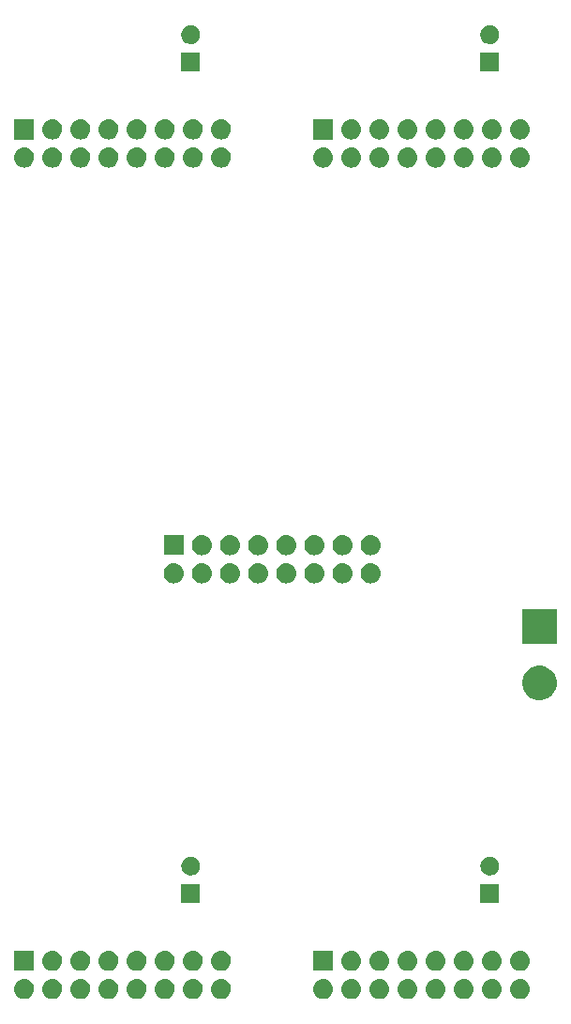
<source format=gbs>
G04 #@! TF.FileFunction,Soldermask,Bot*
%FSLAX46Y46*%
G04 Gerber Fmt 4.6, Leading zero omitted, Abs format (unit mm)*
G04 Created by KiCad (PCBNEW 4.0.7) date 03/15/18 12:31:11*
%MOMM*%
%LPD*%
G01*
G04 APERTURE LIST*
%ADD10C,0.100000*%
G04 APERTURE END LIST*
D10*
G36*
X88640922Y-139214021D02*
X88640927Y-139214022D01*
X88640970Y-139214027D01*
X88808764Y-139265968D01*
X88963274Y-139349511D01*
X89098614Y-139461474D01*
X89209629Y-139597593D01*
X89292091Y-139752682D01*
X89342860Y-139920834D01*
X89360000Y-140095645D01*
X89360000Y-140104355D01*
X89359912Y-140116921D01*
X89340333Y-140291476D01*
X89287222Y-140458903D01*
X89202602Y-140612825D01*
X89089697Y-140747380D01*
X88952807Y-140857443D01*
X88797146Y-140938820D01*
X88628643Y-140988414D01*
X88628609Y-140988417D01*
X88628596Y-140988421D01*
X88453720Y-141004336D01*
X88279078Y-140985979D01*
X88279073Y-140985978D01*
X88279030Y-140985973D01*
X88111236Y-140934032D01*
X87956726Y-140850489D01*
X87821386Y-140738526D01*
X87710371Y-140602407D01*
X87627909Y-140447318D01*
X87577140Y-140279166D01*
X87560000Y-140104355D01*
X87560000Y-140095645D01*
X87560088Y-140083079D01*
X87579667Y-139908524D01*
X87632778Y-139741097D01*
X87717398Y-139587175D01*
X87830303Y-139452620D01*
X87967193Y-139342557D01*
X88122854Y-139261180D01*
X88291357Y-139211586D01*
X88291391Y-139211583D01*
X88291404Y-139211579D01*
X88466280Y-139195664D01*
X88640922Y-139214021D01*
X88640922Y-139214021D01*
G37*
G36*
X91180922Y-139214021D02*
X91180927Y-139214022D01*
X91180970Y-139214027D01*
X91348764Y-139265968D01*
X91503274Y-139349511D01*
X91638614Y-139461474D01*
X91749629Y-139597593D01*
X91832091Y-139752682D01*
X91882860Y-139920834D01*
X91900000Y-140095645D01*
X91900000Y-140104355D01*
X91899912Y-140116921D01*
X91880333Y-140291476D01*
X91827222Y-140458903D01*
X91742602Y-140612825D01*
X91629697Y-140747380D01*
X91492807Y-140857443D01*
X91337146Y-140938820D01*
X91168643Y-140988414D01*
X91168609Y-140988417D01*
X91168596Y-140988421D01*
X90993720Y-141004336D01*
X90819078Y-140985979D01*
X90819073Y-140985978D01*
X90819030Y-140985973D01*
X90651236Y-140934032D01*
X90496726Y-140850489D01*
X90361386Y-140738526D01*
X90250371Y-140602407D01*
X90167909Y-140447318D01*
X90117140Y-140279166D01*
X90100000Y-140104355D01*
X90100000Y-140095645D01*
X90100088Y-140083079D01*
X90119667Y-139908524D01*
X90172778Y-139741097D01*
X90257398Y-139587175D01*
X90370303Y-139452620D01*
X90507193Y-139342557D01*
X90662854Y-139261180D01*
X90831357Y-139211586D01*
X90831391Y-139211583D01*
X90831404Y-139211579D01*
X91006280Y-139195664D01*
X91180922Y-139214021D01*
X91180922Y-139214021D01*
G37*
G36*
X98800922Y-139214021D02*
X98800927Y-139214022D01*
X98800970Y-139214027D01*
X98968764Y-139265968D01*
X99123274Y-139349511D01*
X99258614Y-139461474D01*
X99369629Y-139597593D01*
X99452091Y-139752682D01*
X99502860Y-139920834D01*
X99520000Y-140095645D01*
X99520000Y-140104355D01*
X99519912Y-140116921D01*
X99500333Y-140291476D01*
X99447222Y-140458903D01*
X99362602Y-140612825D01*
X99249697Y-140747380D01*
X99112807Y-140857443D01*
X98957146Y-140938820D01*
X98788643Y-140988414D01*
X98788609Y-140988417D01*
X98788596Y-140988421D01*
X98613720Y-141004336D01*
X98439078Y-140985979D01*
X98439073Y-140985978D01*
X98439030Y-140985973D01*
X98271236Y-140934032D01*
X98116726Y-140850489D01*
X97981386Y-140738526D01*
X97870371Y-140602407D01*
X97787909Y-140447318D01*
X97737140Y-140279166D01*
X97720000Y-140104355D01*
X97720000Y-140095645D01*
X97720088Y-140083079D01*
X97739667Y-139908524D01*
X97792778Y-139741097D01*
X97877398Y-139587175D01*
X97990303Y-139452620D01*
X98127193Y-139342557D01*
X98282854Y-139261180D01*
X98451357Y-139211586D01*
X98451391Y-139211583D01*
X98451404Y-139211579D01*
X98626280Y-139195664D01*
X98800922Y-139214021D01*
X98800922Y-139214021D01*
G37*
G36*
X103880922Y-139214021D02*
X103880927Y-139214022D01*
X103880970Y-139214027D01*
X104048764Y-139265968D01*
X104203274Y-139349511D01*
X104338614Y-139461474D01*
X104449629Y-139597593D01*
X104532091Y-139752682D01*
X104582860Y-139920834D01*
X104600000Y-140095645D01*
X104600000Y-140104355D01*
X104599912Y-140116921D01*
X104580333Y-140291476D01*
X104527222Y-140458903D01*
X104442602Y-140612825D01*
X104329697Y-140747380D01*
X104192807Y-140857443D01*
X104037146Y-140938820D01*
X103868643Y-140988414D01*
X103868609Y-140988417D01*
X103868596Y-140988421D01*
X103693720Y-141004336D01*
X103519078Y-140985979D01*
X103519073Y-140985978D01*
X103519030Y-140985973D01*
X103351236Y-140934032D01*
X103196726Y-140850489D01*
X103061386Y-140738526D01*
X102950371Y-140602407D01*
X102867909Y-140447318D01*
X102817140Y-140279166D01*
X102800000Y-140104355D01*
X102800000Y-140095645D01*
X102800088Y-140083079D01*
X102819667Y-139908524D01*
X102872778Y-139741097D01*
X102957398Y-139587175D01*
X103070303Y-139452620D01*
X103207193Y-139342557D01*
X103362854Y-139261180D01*
X103531357Y-139211586D01*
X103531391Y-139211583D01*
X103531404Y-139211579D01*
X103706280Y-139195664D01*
X103880922Y-139214021D01*
X103880922Y-139214021D01*
G37*
G36*
X101340922Y-139214021D02*
X101340927Y-139214022D01*
X101340970Y-139214027D01*
X101508764Y-139265968D01*
X101663274Y-139349511D01*
X101798614Y-139461474D01*
X101909629Y-139597593D01*
X101992091Y-139752682D01*
X102042860Y-139920834D01*
X102060000Y-140095645D01*
X102060000Y-140104355D01*
X102059912Y-140116921D01*
X102040333Y-140291476D01*
X101987222Y-140458903D01*
X101902602Y-140612825D01*
X101789697Y-140747380D01*
X101652807Y-140857443D01*
X101497146Y-140938820D01*
X101328643Y-140988414D01*
X101328609Y-140988417D01*
X101328596Y-140988421D01*
X101153720Y-141004336D01*
X100979078Y-140985979D01*
X100979073Y-140985978D01*
X100979030Y-140985973D01*
X100811236Y-140934032D01*
X100656726Y-140850489D01*
X100521386Y-140738526D01*
X100410371Y-140602407D01*
X100327909Y-140447318D01*
X100277140Y-140279166D01*
X100260000Y-140104355D01*
X100260000Y-140095645D01*
X100260088Y-140083079D01*
X100279667Y-139908524D01*
X100332778Y-139741097D01*
X100417398Y-139587175D01*
X100530303Y-139452620D01*
X100667193Y-139342557D01*
X100822854Y-139261180D01*
X100991357Y-139211586D01*
X100991391Y-139211583D01*
X100991404Y-139211579D01*
X101166280Y-139195664D01*
X101340922Y-139214021D01*
X101340922Y-139214021D01*
G37*
G36*
X96260922Y-139214021D02*
X96260927Y-139214022D01*
X96260970Y-139214027D01*
X96428764Y-139265968D01*
X96583274Y-139349511D01*
X96718614Y-139461474D01*
X96829629Y-139597593D01*
X96912091Y-139752682D01*
X96962860Y-139920834D01*
X96980000Y-140095645D01*
X96980000Y-140104355D01*
X96979912Y-140116921D01*
X96960333Y-140291476D01*
X96907222Y-140458903D01*
X96822602Y-140612825D01*
X96709697Y-140747380D01*
X96572807Y-140857443D01*
X96417146Y-140938820D01*
X96248643Y-140988414D01*
X96248609Y-140988417D01*
X96248596Y-140988421D01*
X96073720Y-141004336D01*
X95899078Y-140985979D01*
X95899073Y-140985978D01*
X95899030Y-140985973D01*
X95731236Y-140934032D01*
X95576726Y-140850489D01*
X95441386Y-140738526D01*
X95330371Y-140602407D01*
X95247909Y-140447318D01*
X95197140Y-140279166D01*
X95180000Y-140104355D01*
X95180000Y-140095645D01*
X95180088Y-140083079D01*
X95199667Y-139908524D01*
X95252778Y-139741097D01*
X95337398Y-139587175D01*
X95450303Y-139452620D01*
X95587193Y-139342557D01*
X95742854Y-139261180D01*
X95911357Y-139211586D01*
X95911391Y-139211583D01*
X95911404Y-139211579D01*
X96086280Y-139195664D01*
X96260922Y-139214021D01*
X96260922Y-139214021D01*
G37*
G36*
X93720922Y-139214021D02*
X93720927Y-139214022D01*
X93720970Y-139214027D01*
X93888764Y-139265968D01*
X94043274Y-139349511D01*
X94178614Y-139461474D01*
X94289629Y-139597593D01*
X94372091Y-139752682D01*
X94422860Y-139920834D01*
X94440000Y-140095645D01*
X94440000Y-140104355D01*
X94439912Y-140116921D01*
X94420333Y-140291476D01*
X94367222Y-140458903D01*
X94282602Y-140612825D01*
X94169697Y-140747380D01*
X94032807Y-140857443D01*
X93877146Y-140938820D01*
X93708643Y-140988414D01*
X93708609Y-140988417D01*
X93708596Y-140988421D01*
X93533720Y-141004336D01*
X93359078Y-140985979D01*
X93359073Y-140985978D01*
X93359030Y-140985973D01*
X93191236Y-140934032D01*
X93036726Y-140850489D01*
X92901386Y-140738526D01*
X92790371Y-140602407D01*
X92707909Y-140447318D01*
X92657140Y-140279166D01*
X92640000Y-140104355D01*
X92640000Y-140095645D01*
X92640088Y-140083079D01*
X92659667Y-139908524D01*
X92712778Y-139741097D01*
X92797398Y-139587175D01*
X92910303Y-139452620D01*
X93047193Y-139342557D01*
X93202854Y-139261180D01*
X93371357Y-139211586D01*
X93371391Y-139211583D01*
X93371404Y-139211579D01*
X93546280Y-139195664D01*
X93720922Y-139214021D01*
X93720922Y-139214021D01*
G37*
G36*
X115640922Y-139214021D02*
X115640927Y-139214022D01*
X115640970Y-139214027D01*
X115808764Y-139265968D01*
X115963274Y-139349511D01*
X116098614Y-139461474D01*
X116209629Y-139597593D01*
X116292091Y-139752682D01*
X116342860Y-139920834D01*
X116360000Y-140095645D01*
X116360000Y-140104355D01*
X116359912Y-140116921D01*
X116340333Y-140291476D01*
X116287222Y-140458903D01*
X116202602Y-140612825D01*
X116089697Y-140747380D01*
X115952807Y-140857443D01*
X115797146Y-140938820D01*
X115628643Y-140988414D01*
X115628609Y-140988417D01*
X115628596Y-140988421D01*
X115453720Y-141004336D01*
X115279078Y-140985979D01*
X115279073Y-140985978D01*
X115279030Y-140985973D01*
X115111236Y-140934032D01*
X114956726Y-140850489D01*
X114821386Y-140738526D01*
X114710371Y-140602407D01*
X114627909Y-140447318D01*
X114577140Y-140279166D01*
X114560000Y-140104355D01*
X114560000Y-140095645D01*
X114560088Y-140083079D01*
X114579667Y-139908524D01*
X114632778Y-139741097D01*
X114717398Y-139587175D01*
X114830303Y-139452620D01*
X114967193Y-139342557D01*
X115122854Y-139261180D01*
X115291357Y-139211586D01*
X115291391Y-139211583D01*
X115291404Y-139211579D01*
X115466280Y-139195664D01*
X115640922Y-139214021D01*
X115640922Y-139214021D01*
G37*
G36*
X106420922Y-139214021D02*
X106420927Y-139214022D01*
X106420970Y-139214027D01*
X106588764Y-139265968D01*
X106743274Y-139349511D01*
X106878614Y-139461474D01*
X106989629Y-139597593D01*
X107072091Y-139752682D01*
X107122860Y-139920834D01*
X107140000Y-140095645D01*
X107140000Y-140104355D01*
X107139912Y-140116921D01*
X107120333Y-140291476D01*
X107067222Y-140458903D01*
X106982602Y-140612825D01*
X106869697Y-140747380D01*
X106732807Y-140857443D01*
X106577146Y-140938820D01*
X106408643Y-140988414D01*
X106408609Y-140988417D01*
X106408596Y-140988421D01*
X106233720Y-141004336D01*
X106059078Y-140985979D01*
X106059073Y-140985978D01*
X106059030Y-140985973D01*
X105891236Y-140934032D01*
X105736726Y-140850489D01*
X105601386Y-140738526D01*
X105490371Y-140602407D01*
X105407909Y-140447318D01*
X105357140Y-140279166D01*
X105340000Y-140104355D01*
X105340000Y-140095645D01*
X105340088Y-140083079D01*
X105359667Y-139908524D01*
X105412778Y-139741097D01*
X105497398Y-139587175D01*
X105610303Y-139452620D01*
X105747193Y-139342557D01*
X105902854Y-139261180D01*
X106071357Y-139211586D01*
X106071391Y-139211583D01*
X106071404Y-139211579D01*
X106246280Y-139195664D01*
X106420922Y-139214021D01*
X106420922Y-139214021D01*
G37*
G36*
X118180922Y-139214021D02*
X118180927Y-139214022D01*
X118180970Y-139214027D01*
X118348764Y-139265968D01*
X118503274Y-139349511D01*
X118638614Y-139461474D01*
X118749629Y-139597593D01*
X118832091Y-139752682D01*
X118882860Y-139920834D01*
X118900000Y-140095645D01*
X118900000Y-140104355D01*
X118899912Y-140116921D01*
X118880333Y-140291476D01*
X118827222Y-140458903D01*
X118742602Y-140612825D01*
X118629697Y-140747380D01*
X118492807Y-140857443D01*
X118337146Y-140938820D01*
X118168643Y-140988414D01*
X118168609Y-140988417D01*
X118168596Y-140988421D01*
X117993720Y-141004336D01*
X117819078Y-140985979D01*
X117819073Y-140985978D01*
X117819030Y-140985973D01*
X117651236Y-140934032D01*
X117496726Y-140850489D01*
X117361386Y-140738526D01*
X117250371Y-140602407D01*
X117167909Y-140447318D01*
X117117140Y-140279166D01*
X117100000Y-140104355D01*
X117100000Y-140095645D01*
X117100088Y-140083079D01*
X117119667Y-139908524D01*
X117172778Y-139741097D01*
X117257398Y-139587175D01*
X117370303Y-139452620D01*
X117507193Y-139342557D01*
X117662854Y-139261180D01*
X117831357Y-139211586D01*
X117831391Y-139211583D01*
X117831404Y-139211579D01*
X118006280Y-139195664D01*
X118180922Y-139214021D01*
X118180922Y-139214021D01*
G37*
G36*
X120720922Y-139214021D02*
X120720927Y-139214022D01*
X120720970Y-139214027D01*
X120888764Y-139265968D01*
X121043274Y-139349511D01*
X121178614Y-139461474D01*
X121289629Y-139597593D01*
X121372091Y-139752682D01*
X121422860Y-139920834D01*
X121440000Y-140095645D01*
X121440000Y-140104355D01*
X121439912Y-140116921D01*
X121420333Y-140291476D01*
X121367222Y-140458903D01*
X121282602Y-140612825D01*
X121169697Y-140747380D01*
X121032807Y-140857443D01*
X120877146Y-140938820D01*
X120708643Y-140988414D01*
X120708609Y-140988417D01*
X120708596Y-140988421D01*
X120533720Y-141004336D01*
X120359078Y-140985979D01*
X120359073Y-140985978D01*
X120359030Y-140985973D01*
X120191236Y-140934032D01*
X120036726Y-140850489D01*
X119901386Y-140738526D01*
X119790371Y-140602407D01*
X119707909Y-140447318D01*
X119657140Y-140279166D01*
X119640000Y-140104355D01*
X119640000Y-140095645D01*
X119640088Y-140083079D01*
X119659667Y-139908524D01*
X119712778Y-139741097D01*
X119797398Y-139587175D01*
X119910303Y-139452620D01*
X120047193Y-139342557D01*
X120202854Y-139261180D01*
X120371357Y-139211586D01*
X120371391Y-139211583D01*
X120371404Y-139211579D01*
X120546280Y-139195664D01*
X120720922Y-139214021D01*
X120720922Y-139214021D01*
G37*
G36*
X123260922Y-139214021D02*
X123260927Y-139214022D01*
X123260970Y-139214027D01*
X123428764Y-139265968D01*
X123583274Y-139349511D01*
X123718614Y-139461474D01*
X123829629Y-139597593D01*
X123912091Y-139752682D01*
X123962860Y-139920834D01*
X123980000Y-140095645D01*
X123980000Y-140104355D01*
X123979912Y-140116921D01*
X123960333Y-140291476D01*
X123907222Y-140458903D01*
X123822602Y-140612825D01*
X123709697Y-140747380D01*
X123572807Y-140857443D01*
X123417146Y-140938820D01*
X123248643Y-140988414D01*
X123248609Y-140988417D01*
X123248596Y-140988421D01*
X123073720Y-141004336D01*
X122899078Y-140985979D01*
X122899073Y-140985978D01*
X122899030Y-140985973D01*
X122731236Y-140934032D01*
X122576726Y-140850489D01*
X122441386Y-140738526D01*
X122330371Y-140602407D01*
X122247909Y-140447318D01*
X122197140Y-140279166D01*
X122180000Y-140104355D01*
X122180000Y-140095645D01*
X122180088Y-140083079D01*
X122199667Y-139908524D01*
X122252778Y-139741097D01*
X122337398Y-139587175D01*
X122450303Y-139452620D01*
X122587193Y-139342557D01*
X122742854Y-139261180D01*
X122911357Y-139211586D01*
X122911391Y-139211583D01*
X122911404Y-139211579D01*
X123086280Y-139195664D01*
X123260922Y-139214021D01*
X123260922Y-139214021D01*
G37*
G36*
X125800922Y-139214021D02*
X125800927Y-139214022D01*
X125800970Y-139214027D01*
X125968764Y-139265968D01*
X126123274Y-139349511D01*
X126258614Y-139461474D01*
X126369629Y-139597593D01*
X126452091Y-139752682D01*
X126502860Y-139920834D01*
X126520000Y-140095645D01*
X126520000Y-140104355D01*
X126519912Y-140116921D01*
X126500333Y-140291476D01*
X126447222Y-140458903D01*
X126362602Y-140612825D01*
X126249697Y-140747380D01*
X126112807Y-140857443D01*
X125957146Y-140938820D01*
X125788643Y-140988414D01*
X125788609Y-140988417D01*
X125788596Y-140988421D01*
X125613720Y-141004336D01*
X125439078Y-140985979D01*
X125439073Y-140985978D01*
X125439030Y-140985973D01*
X125271236Y-140934032D01*
X125116726Y-140850489D01*
X124981386Y-140738526D01*
X124870371Y-140602407D01*
X124787909Y-140447318D01*
X124737140Y-140279166D01*
X124720000Y-140104355D01*
X124720000Y-140095645D01*
X124720088Y-140083079D01*
X124739667Y-139908524D01*
X124792778Y-139741097D01*
X124877398Y-139587175D01*
X124990303Y-139452620D01*
X125127193Y-139342557D01*
X125282854Y-139261180D01*
X125451357Y-139211586D01*
X125451391Y-139211583D01*
X125451404Y-139211579D01*
X125626280Y-139195664D01*
X125800922Y-139214021D01*
X125800922Y-139214021D01*
G37*
G36*
X128340922Y-139214021D02*
X128340927Y-139214022D01*
X128340970Y-139214027D01*
X128508764Y-139265968D01*
X128663274Y-139349511D01*
X128798614Y-139461474D01*
X128909629Y-139597593D01*
X128992091Y-139752682D01*
X129042860Y-139920834D01*
X129060000Y-140095645D01*
X129060000Y-140104355D01*
X129059912Y-140116921D01*
X129040333Y-140291476D01*
X128987222Y-140458903D01*
X128902602Y-140612825D01*
X128789697Y-140747380D01*
X128652807Y-140857443D01*
X128497146Y-140938820D01*
X128328643Y-140988414D01*
X128328609Y-140988417D01*
X128328596Y-140988421D01*
X128153720Y-141004336D01*
X127979078Y-140985979D01*
X127979073Y-140985978D01*
X127979030Y-140985973D01*
X127811236Y-140934032D01*
X127656726Y-140850489D01*
X127521386Y-140738526D01*
X127410371Y-140602407D01*
X127327909Y-140447318D01*
X127277140Y-140279166D01*
X127260000Y-140104355D01*
X127260000Y-140095645D01*
X127260088Y-140083079D01*
X127279667Y-139908524D01*
X127332778Y-139741097D01*
X127417398Y-139587175D01*
X127530303Y-139452620D01*
X127667193Y-139342557D01*
X127822854Y-139261180D01*
X127991357Y-139211586D01*
X127991391Y-139211583D01*
X127991404Y-139211579D01*
X128166280Y-139195664D01*
X128340922Y-139214021D01*
X128340922Y-139214021D01*
G37*
G36*
X130880922Y-139214021D02*
X130880927Y-139214022D01*
X130880970Y-139214027D01*
X131048764Y-139265968D01*
X131203274Y-139349511D01*
X131338614Y-139461474D01*
X131449629Y-139597593D01*
X131532091Y-139752682D01*
X131582860Y-139920834D01*
X131600000Y-140095645D01*
X131600000Y-140104355D01*
X131599912Y-140116921D01*
X131580333Y-140291476D01*
X131527222Y-140458903D01*
X131442602Y-140612825D01*
X131329697Y-140747380D01*
X131192807Y-140857443D01*
X131037146Y-140938820D01*
X130868643Y-140988414D01*
X130868609Y-140988417D01*
X130868596Y-140988421D01*
X130693720Y-141004336D01*
X130519078Y-140985979D01*
X130519073Y-140985978D01*
X130519030Y-140985973D01*
X130351236Y-140934032D01*
X130196726Y-140850489D01*
X130061386Y-140738526D01*
X129950371Y-140602407D01*
X129867909Y-140447318D01*
X129817140Y-140279166D01*
X129800000Y-140104355D01*
X129800000Y-140095645D01*
X129800088Y-140083079D01*
X129819667Y-139908524D01*
X129872778Y-139741097D01*
X129957398Y-139587175D01*
X130070303Y-139452620D01*
X130207193Y-139342557D01*
X130362854Y-139261180D01*
X130531357Y-139211586D01*
X130531391Y-139211583D01*
X130531404Y-139211579D01*
X130706280Y-139195664D01*
X130880922Y-139214021D01*
X130880922Y-139214021D01*
G37*
G36*
X133420922Y-139214021D02*
X133420927Y-139214022D01*
X133420970Y-139214027D01*
X133588764Y-139265968D01*
X133743274Y-139349511D01*
X133878614Y-139461474D01*
X133989629Y-139597593D01*
X134072091Y-139752682D01*
X134122860Y-139920834D01*
X134140000Y-140095645D01*
X134140000Y-140104355D01*
X134139912Y-140116921D01*
X134120333Y-140291476D01*
X134067222Y-140458903D01*
X133982602Y-140612825D01*
X133869697Y-140747380D01*
X133732807Y-140857443D01*
X133577146Y-140938820D01*
X133408643Y-140988414D01*
X133408609Y-140988417D01*
X133408596Y-140988421D01*
X133233720Y-141004336D01*
X133059078Y-140985979D01*
X133059073Y-140985978D01*
X133059030Y-140985973D01*
X132891236Y-140934032D01*
X132736726Y-140850489D01*
X132601386Y-140738526D01*
X132490371Y-140602407D01*
X132407909Y-140447318D01*
X132357140Y-140279166D01*
X132340000Y-140104355D01*
X132340000Y-140095645D01*
X132340088Y-140083079D01*
X132359667Y-139908524D01*
X132412778Y-139741097D01*
X132497398Y-139587175D01*
X132610303Y-139452620D01*
X132747193Y-139342557D01*
X132902854Y-139261180D01*
X133071357Y-139211586D01*
X133071391Y-139211583D01*
X133071404Y-139211579D01*
X133246280Y-139195664D01*
X133420922Y-139214021D01*
X133420922Y-139214021D01*
G37*
G36*
X123260922Y-136674021D02*
X123260927Y-136674022D01*
X123260970Y-136674027D01*
X123428764Y-136725968D01*
X123583274Y-136809511D01*
X123718614Y-136921474D01*
X123829629Y-137057593D01*
X123912091Y-137212682D01*
X123962860Y-137380834D01*
X123980000Y-137555645D01*
X123980000Y-137564355D01*
X123979912Y-137576921D01*
X123960333Y-137751476D01*
X123907222Y-137918903D01*
X123822602Y-138072825D01*
X123709697Y-138207380D01*
X123572807Y-138317443D01*
X123417146Y-138398820D01*
X123248643Y-138448414D01*
X123248609Y-138448417D01*
X123248596Y-138448421D01*
X123073720Y-138464336D01*
X122899078Y-138445979D01*
X122899073Y-138445978D01*
X122899030Y-138445973D01*
X122731236Y-138394032D01*
X122576726Y-138310489D01*
X122441386Y-138198526D01*
X122330371Y-138062407D01*
X122247909Y-137907318D01*
X122197140Y-137739166D01*
X122180000Y-137564355D01*
X122180000Y-137555645D01*
X122180088Y-137543079D01*
X122199667Y-137368524D01*
X122252778Y-137201097D01*
X122337398Y-137047175D01*
X122450303Y-136912620D01*
X122587193Y-136802557D01*
X122742854Y-136721180D01*
X122911357Y-136671586D01*
X122911391Y-136671583D01*
X122911404Y-136671579D01*
X123086280Y-136655664D01*
X123260922Y-136674021D01*
X123260922Y-136674021D01*
G37*
G36*
X96260922Y-136674021D02*
X96260927Y-136674022D01*
X96260970Y-136674027D01*
X96428764Y-136725968D01*
X96583274Y-136809511D01*
X96718614Y-136921474D01*
X96829629Y-137057593D01*
X96912091Y-137212682D01*
X96962860Y-137380834D01*
X96980000Y-137555645D01*
X96980000Y-137564355D01*
X96979912Y-137576921D01*
X96960333Y-137751476D01*
X96907222Y-137918903D01*
X96822602Y-138072825D01*
X96709697Y-138207380D01*
X96572807Y-138317443D01*
X96417146Y-138398820D01*
X96248643Y-138448414D01*
X96248609Y-138448417D01*
X96248596Y-138448421D01*
X96073720Y-138464336D01*
X95899078Y-138445979D01*
X95899073Y-138445978D01*
X95899030Y-138445973D01*
X95731236Y-138394032D01*
X95576726Y-138310489D01*
X95441386Y-138198526D01*
X95330371Y-138062407D01*
X95247909Y-137907318D01*
X95197140Y-137739166D01*
X95180000Y-137564355D01*
X95180000Y-137555645D01*
X95180088Y-137543079D01*
X95199667Y-137368524D01*
X95252778Y-137201097D01*
X95337398Y-137047175D01*
X95450303Y-136912620D01*
X95587193Y-136802557D01*
X95742854Y-136721180D01*
X95911357Y-136671586D01*
X95911391Y-136671583D01*
X95911404Y-136671579D01*
X96086280Y-136655664D01*
X96260922Y-136674021D01*
X96260922Y-136674021D01*
G37*
G36*
X98800922Y-136674021D02*
X98800927Y-136674022D01*
X98800970Y-136674027D01*
X98968764Y-136725968D01*
X99123274Y-136809511D01*
X99258614Y-136921474D01*
X99369629Y-137057593D01*
X99452091Y-137212682D01*
X99502860Y-137380834D01*
X99520000Y-137555645D01*
X99520000Y-137564355D01*
X99519912Y-137576921D01*
X99500333Y-137751476D01*
X99447222Y-137918903D01*
X99362602Y-138072825D01*
X99249697Y-138207380D01*
X99112807Y-138317443D01*
X98957146Y-138398820D01*
X98788643Y-138448414D01*
X98788609Y-138448417D01*
X98788596Y-138448421D01*
X98613720Y-138464336D01*
X98439078Y-138445979D01*
X98439073Y-138445978D01*
X98439030Y-138445973D01*
X98271236Y-138394032D01*
X98116726Y-138310489D01*
X97981386Y-138198526D01*
X97870371Y-138062407D01*
X97787909Y-137907318D01*
X97737140Y-137739166D01*
X97720000Y-137564355D01*
X97720000Y-137555645D01*
X97720088Y-137543079D01*
X97739667Y-137368524D01*
X97792778Y-137201097D01*
X97877398Y-137047175D01*
X97990303Y-136912620D01*
X98127193Y-136802557D01*
X98282854Y-136721180D01*
X98451357Y-136671586D01*
X98451391Y-136671583D01*
X98451404Y-136671579D01*
X98626280Y-136655664D01*
X98800922Y-136674021D01*
X98800922Y-136674021D01*
G37*
G36*
X93720922Y-136674021D02*
X93720927Y-136674022D01*
X93720970Y-136674027D01*
X93888764Y-136725968D01*
X94043274Y-136809511D01*
X94178614Y-136921474D01*
X94289629Y-137057593D01*
X94372091Y-137212682D01*
X94422860Y-137380834D01*
X94440000Y-137555645D01*
X94440000Y-137564355D01*
X94439912Y-137576921D01*
X94420333Y-137751476D01*
X94367222Y-137918903D01*
X94282602Y-138072825D01*
X94169697Y-138207380D01*
X94032807Y-138317443D01*
X93877146Y-138398820D01*
X93708643Y-138448414D01*
X93708609Y-138448417D01*
X93708596Y-138448421D01*
X93533720Y-138464336D01*
X93359078Y-138445979D01*
X93359073Y-138445978D01*
X93359030Y-138445973D01*
X93191236Y-138394032D01*
X93036726Y-138310489D01*
X92901386Y-138198526D01*
X92790371Y-138062407D01*
X92707909Y-137907318D01*
X92657140Y-137739166D01*
X92640000Y-137564355D01*
X92640000Y-137555645D01*
X92640088Y-137543079D01*
X92659667Y-137368524D01*
X92712778Y-137201097D01*
X92797398Y-137047175D01*
X92910303Y-136912620D01*
X93047193Y-136802557D01*
X93202854Y-136721180D01*
X93371357Y-136671586D01*
X93371391Y-136671583D01*
X93371404Y-136671579D01*
X93546280Y-136655664D01*
X93720922Y-136674021D01*
X93720922Y-136674021D01*
G37*
G36*
X91180922Y-136674021D02*
X91180927Y-136674022D01*
X91180970Y-136674027D01*
X91348764Y-136725968D01*
X91503274Y-136809511D01*
X91638614Y-136921474D01*
X91749629Y-137057593D01*
X91832091Y-137212682D01*
X91882860Y-137380834D01*
X91900000Y-137555645D01*
X91900000Y-137564355D01*
X91899912Y-137576921D01*
X91880333Y-137751476D01*
X91827222Y-137918903D01*
X91742602Y-138072825D01*
X91629697Y-138207380D01*
X91492807Y-138317443D01*
X91337146Y-138398820D01*
X91168643Y-138448414D01*
X91168609Y-138448417D01*
X91168596Y-138448421D01*
X90993720Y-138464336D01*
X90819078Y-138445979D01*
X90819073Y-138445978D01*
X90819030Y-138445973D01*
X90651236Y-138394032D01*
X90496726Y-138310489D01*
X90361386Y-138198526D01*
X90250371Y-138062407D01*
X90167909Y-137907318D01*
X90117140Y-137739166D01*
X90100000Y-137564355D01*
X90100000Y-137555645D01*
X90100088Y-137543079D01*
X90119667Y-137368524D01*
X90172778Y-137201097D01*
X90257398Y-137047175D01*
X90370303Y-136912620D01*
X90507193Y-136802557D01*
X90662854Y-136721180D01*
X90831357Y-136671586D01*
X90831391Y-136671583D01*
X90831404Y-136671579D01*
X91006280Y-136655664D01*
X91180922Y-136674021D01*
X91180922Y-136674021D01*
G37*
G36*
X101340922Y-136674021D02*
X101340927Y-136674022D01*
X101340970Y-136674027D01*
X101508764Y-136725968D01*
X101663274Y-136809511D01*
X101798614Y-136921474D01*
X101909629Y-137057593D01*
X101992091Y-137212682D01*
X102042860Y-137380834D01*
X102060000Y-137555645D01*
X102060000Y-137564355D01*
X102059912Y-137576921D01*
X102040333Y-137751476D01*
X101987222Y-137918903D01*
X101902602Y-138072825D01*
X101789697Y-138207380D01*
X101652807Y-138317443D01*
X101497146Y-138398820D01*
X101328643Y-138448414D01*
X101328609Y-138448417D01*
X101328596Y-138448421D01*
X101153720Y-138464336D01*
X100979078Y-138445979D01*
X100979073Y-138445978D01*
X100979030Y-138445973D01*
X100811236Y-138394032D01*
X100656726Y-138310489D01*
X100521386Y-138198526D01*
X100410371Y-138062407D01*
X100327909Y-137907318D01*
X100277140Y-137739166D01*
X100260000Y-137564355D01*
X100260000Y-137555645D01*
X100260088Y-137543079D01*
X100279667Y-137368524D01*
X100332778Y-137201097D01*
X100417398Y-137047175D01*
X100530303Y-136912620D01*
X100667193Y-136802557D01*
X100822854Y-136721180D01*
X100991357Y-136671586D01*
X100991391Y-136671583D01*
X100991404Y-136671579D01*
X101166280Y-136655664D01*
X101340922Y-136674021D01*
X101340922Y-136674021D01*
G37*
G36*
X133420922Y-136674021D02*
X133420927Y-136674022D01*
X133420970Y-136674027D01*
X133588764Y-136725968D01*
X133743274Y-136809511D01*
X133878614Y-136921474D01*
X133989629Y-137057593D01*
X134072091Y-137212682D01*
X134122860Y-137380834D01*
X134140000Y-137555645D01*
X134140000Y-137564355D01*
X134139912Y-137576921D01*
X134120333Y-137751476D01*
X134067222Y-137918903D01*
X133982602Y-138072825D01*
X133869697Y-138207380D01*
X133732807Y-138317443D01*
X133577146Y-138398820D01*
X133408643Y-138448414D01*
X133408609Y-138448417D01*
X133408596Y-138448421D01*
X133233720Y-138464336D01*
X133059078Y-138445979D01*
X133059073Y-138445978D01*
X133059030Y-138445973D01*
X132891236Y-138394032D01*
X132736726Y-138310489D01*
X132601386Y-138198526D01*
X132490371Y-138062407D01*
X132407909Y-137907318D01*
X132357140Y-137739166D01*
X132340000Y-137564355D01*
X132340000Y-137555645D01*
X132340088Y-137543079D01*
X132359667Y-137368524D01*
X132412778Y-137201097D01*
X132497398Y-137047175D01*
X132610303Y-136912620D01*
X132747193Y-136802557D01*
X132902854Y-136721180D01*
X133071357Y-136671586D01*
X133071391Y-136671583D01*
X133071404Y-136671579D01*
X133246280Y-136655664D01*
X133420922Y-136674021D01*
X133420922Y-136674021D01*
G37*
G36*
X125800922Y-136674021D02*
X125800927Y-136674022D01*
X125800970Y-136674027D01*
X125968764Y-136725968D01*
X126123274Y-136809511D01*
X126258614Y-136921474D01*
X126369629Y-137057593D01*
X126452091Y-137212682D01*
X126502860Y-137380834D01*
X126520000Y-137555645D01*
X126520000Y-137564355D01*
X126519912Y-137576921D01*
X126500333Y-137751476D01*
X126447222Y-137918903D01*
X126362602Y-138072825D01*
X126249697Y-138207380D01*
X126112807Y-138317443D01*
X125957146Y-138398820D01*
X125788643Y-138448414D01*
X125788609Y-138448417D01*
X125788596Y-138448421D01*
X125613720Y-138464336D01*
X125439078Y-138445979D01*
X125439073Y-138445978D01*
X125439030Y-138445973D01*
X125271236Y-138394032D01*
X125116726Y-138310489D01*
X124981386Y-138198526D01*
X124870371Y-138062407D01*
X124787909Y-137907318D01*
X124737140Y-137739166D01*
X124720000Y-137564355D01*
X124720000Y-137555645D01*
X124720088Y-137543079D01*
X124739667Y-137368524D01*
X124792778Y-137201097D01*
X124877398Y-137047175D01*
X124990303Y-136912620D01*
X125127193Y-136802557D01*
X125282854Y-136721180D01*
X125451357Y-136671586D01*
X125451391Y-136671583D01*
X125451404Y-136671579D01*
X125626280Y-136655664D01*
X125800922Y-136674021D01*
X125800922Y-136674021D01*
G37*
G36*
X130880922Y-136674021D02*
X130880927Y-136674022D01*
X130880970Y-136674027D01*
X131048764Y-136725968D01*
X131203274Y-136809511D01*
X131338614Y-136921474D01*
X131449629Y-137057593D01*
X131532091Y-137212682D01*
X131582860Y-137380834D01*
X131600000Y-137555645D01*
X131600000Y-137564355D01*
X131599912Y-137576921D01*
X131580333Y-137751476D01*
X131527222Y-137918903D01*
X131442602Y-138072825D01*
X131329697Y-138207380D01*
X131192807Y-138317443D01*
X131037146Y-138398820D01*
X130868643Y-138448414D01*
X130868609Y-138448417D01*
X130868596Y-138448421D01*
X130693720Y-138464336D01*
X130519078Y-138445979D01*
X130519073Y-138445978D01*
X130519030Y-138445973D01*
X130351236Y-138394032D01*
X130196726Y-138310489D01*
X130061386Y-138198526D01*
X129950371Y-138062407D01*
X129867909Y-137907318D01*
X129817140Y-137739166D01*
X129800000Y-137564355D01*
X129800000Y-137555645D01*
X129800088Y-137543079D01*
X129819667Y-137368524D01*
X129872778Y-137201097D01*
X129957398Y-137047175D01*
X130070303Y-136912620D01*
X130207193Y-136802557D01*
X130362854Y-136721180D01*
X130531357Y-136671586D01*
X130531391Y-136671583D01*
X130531404Y-136671579D01*
X130706280Y-136655664D01*
X130880922Y-136674021D01*
X130880922Y-136674021D01*
G37*
G36*
X120720922Y-136674021D02*
X120720927Y-136674022D01*
X120720970Y-136674027D01*
X120888764Y-136725968D01*
X121043274Y-136809511D01*
X121178614Y-136921474D01*
X121289629Y-137057593D01*
X121372091Y-137212682D01*
X121422860Y-137380834D01*
X121440000Y-137555645D01*
X121440000Y-137564355D01*
X121439912Y-137576921D01*
X121420333Y-137751476D01*
X121367222Y-137918903D01*
X121282602Y-138072825D01*
X121169697Y-138207380D01*
X121032807Y-138317443D01*
X120877146Y-138398820D01*
X120708643Y-138448414D01*
X120708609Y-138448417D01*
X120708596Y-138448421D01*
X120533720Y-138464336D01*
X120359078Y-138445979D01*
X120359073Y-138445978D01*
X120359030Y-138445973D01*
X120191236Y-138394032D01*
X120036726Y-138310489D01*
X119901386Y-138198526D01*
X119790371Y-138062407D01*
X119707909Y-137907318D01*
X119657140Y-137739166D01*
X119640000Y-137564355D01*
X119640000Y-137555645D01*
X119640088Y-137543079D01*
X119659667Y-137368524D01*
X119712778Y-137201097D01*
X119797398Y-137047175D01*
X119910303Y-136912620D01*
X120047193Y-136802557D01*
X120202854Y-136721180D01*
X120371357Y-136671586D01*
X120371391Y-136671583D01*
X120371404Y-136671579D01*
X120546280Y-136655664D01*
X120720922Y-136674021D01*
X120720922Y-136674021D01*
G37*
G36*
X118180922Y-136674021D02*
X118180927Y-136674022D01*
X118180970Y-136674027D01*
X118348764Y-136725968D01*
X118503274Y-136809511D01*
X118638614Y-136921474D01*
X118749629Y-137057593D01*
X118832091Y-137212682D01*
X118882860Y-137380834D01*
X118900000Y-137555645D01*
X118900000Y-137564355D01*
X118899912Y-137576921D01*
X118880333Y-137751476D01*
X118827222Y-137918903D01*
X118742602Y-138072825D01*
X118629697Y-138207380D01*
X118492807Y-138317443D01*
X118337146Y-138398820D01*
X118168643Y-138448414D01*
X118168609Y-138448417D01*
X118168596Y-138448421D01*
X117993720Y-138464336D01*
X117819078Y-138445979D01*
X117819073Y-138445978D01*
X117819030Y-138445973D01*
X117651236Y-138394032D01*
X117496726Y-138310489D01*
X117361386Y-138198526D01*
X117250371Y-138062407D01*
X117167909Y-137907318D01*
X117117140Y-137739166D01*
X117100000Y-137564355D01*
X117100000Y-137555645D01*
X117100088Y-137543079D01*
X117119667Y-137368524D01*
X117172778Y-137201097D01*
X117257398Y-137047175D01*
X117370303Y-136912620D01*
X117507193Y-136802557D01*
X117662854Y-136721180D01*
X117831357Y-136671586D01*
X117831391Y-136671583D01*
X117831404Y-136671579D01*
X118006280Y-136655664D01*
X118180922Y-136674021D01*
X118180922Y-136674021D01*
G37*
G36*
X106420922Y-136674021D02*
X106420927Y-136674022D01*
X106420970Y-136674027D01*
X106588764Y-136725968D01*
X106743274Y-136809511D01*
X106878614Y-136921474D01*
X106989629Y-137057593D01*
X107072091Y-137212682D01*
X107122860Y-137380834D01*
X107140000Y-137555645D01*
X107140000Y-137564355D01*
X107139912Y-137576921D01*
X107120333Y-137751476D01*
X107067222Y-137918903D01*
X106982602Y-138072825D01*
X106869697Y-138207380D01*
X106732807Y-138317443D01*
X106577146Y-138398820D01*
X106408643Y-138448414D01*
X106408609Y-138448417D01*
X106408596Y-138448421D01*
X106233720Y-138464336D01*
X106059078Y-138445979D01*
X106059073Y-138445978D01*
X106059030Y-138445973D01*
X105891236Y-138394032D01*
X105736726Y-138310489D01*
X105601386Y-138198526D01*
X105490371Y-138062407D01*
X105407909Y-137907318D01*
X105357140Y-137739166D01*
X105340000Y-137564355D01*
X105340000Y-137555645D01*
X105340088Y-137543079D01*
X105359667Y-137368524D01*
X105412778Y-137201097D01*
X105497398Y-137047175D01*
X105610303Y-136912620D01*
X105747193Y-136802557D01*
X105902854Y-136721180D01*
X106071357Y-136671586D01*
X106071391Y-136671583D01*
X106071404Y-136671579D01*
X106246280Y-136655664D01*
X106420922Y-136674021D01*
X106420922Y-136674021D01*
G37*
G36*
X103880922Y-136674021D02*
X103880927Y-136674022D01*
X103880970Y-136674027D01*
X104048764Y-136725968D01*
X104203274Y-136809511D01*
X104338614Y-136921474D01*
X104449629Y-137057593D01*
X104532091Y-137212682D01*
X104582860Y-137380834D01*
X104600000Y-137555645D01*
X104600000Y-137564355D01*
X104599912Y-137576921D01*
X104580333Y-137751476D01*
X104527222Y-137918903D01*
X104442602Y-138072825D01*
X104329697Y-138207380D01*
X104192807Y-138317443D01*
X104037146Y-138398820D01*
X103868643Y-138448414D01*
X103868609Y-138448417D01*
X103868596Y-138448421D01*
X103693720Y-138464336D01*
X103519078Y-138445979D01*
X103519073Y-138445978D01*
X103519030Y-138445973D01*
X103351236Y-138394032D01*
X103196726Y-138310489D01*
X103061386Y-138198526D01*
X102950371Y-138062407D01*
X102867909Y-137907318D01*
X102817140Y-137739166D01*
X102800000Y-137564355D01*
X102800000Y-137555645D01*
X102800088Y-137543079D01*
X102819667Y-137368524D01*
X102872778Y-137201097D01*
X102957398Y-137047175D01*
X103070303Y-136912620D01*
X103207193Y-136802557D01*
X103362854Y-136721180D01*
X103531357Y-136671586D01*
X103531391Y-136671583D01*
X103531404Y-136671579D01*
X103706280Y-136655664D01*
X103880922Y-136674021D01*
X103880922Y-136674021D01*
G37*
G36*
X128340922Y-136674021D02*
X128340927Y-136674022D01*
X128340970Y-136674027D01*
X128508764Y-136725968D01*
X128663274Y-136809511D01*
X128798614Y-136921474D01*
X128909629Y-137057593D01*
X128992091Y-137212682D01*
X129042860Y-137380834D01*
X129060000Y-137555645D01*
X129060000Y-137564355D01*
X129059912Y-137576921D01*
X129040333Y-137751476D01*
X128987222Y-137918903D01*
X128902602Y-138072825D01*
X128789697Y-138207380D01*
X128652807Y-138317443D01*
X128497146Y-138398820D01*
X128328643Y-138448414D01*
X128328609Y-138448417D01*
X128328596Y-138448421D01*
X128153720Y-138464336D01*
X127979078Y-138445979D01*
X127979073Y-138445978D01*
X127979030Y-138445973D01*
X127811236Y-138394032D01*
X127656726Y-138310489D01*
X127521386Y-138198526D01*
X127410371Y-138062407D01*
X127327909Y-137907318D01*
X127277140Y-137739166D01*
X127260000Y-137564355D01*
X127260000Y-137555645D01*
X127260088Y-137543079D01*
X127279667Y-137368524D01*
X127332778Y-137201097D01*
X127417398Y-137047175D01*
X127530303Y-136912620D01*
X127667193Y-136802557D01*
X127822854Y-136721180D01*
X127991357Y-136671586D01*
X127991391Y-136671583D01*
X127991404Y-136671579D01*
X128166280Y-136655664D01*
X128340922Y-136674021D01*
X128340922Y-136674021D01*
G37*
G36*
X116360000Y-138460000D02*
X114560000Y-138460000D01*
X114560000Y-136660000D01*
X116360000Y-136660000D01*
X116360000Y-138460000D01*
X116360000Y-138460000D01*
G37*
G36*
X89360000Y-138460000D02*
X87560000Y-138460000D01*
X87560000Y-136660000D01*
X89360000Y-136660000D01*
X89360000Y-138460000D01*
X89360000Y-138460000D01*
G37*
G36*
X104350000Y-132350000D02*
X102650000Y-132350000D01*
X102650000Y-130650000D01*
X104350000Y-130650000D01*
X104350000Y-132350000D01*
X104350000Y-132350000D01*
G37*
G36*
X131350000Y-132350000D02*
X129650000Y-132350000D01*
X129650000Y-130650000D01*
X131350000Y-130650000D01*
X131350000Y-132350000D01*
X131350000Y-132350000D01*
G37*
G36*
X130589279Y-128150564D02*
X130752570Y-128184083D01*
X130906236Y-128248678D01*
X131044433Y-128341892D01*
X131161893Y-128460176D01*
X131254140Y-128599018D01*
X131317661Y-128753132D01*
X131349971Y-128916309D01*
X131349971Y-128916319D01*
X131350037Y-128916653D01*
X131347378Y-129107049D01*
X131347302Y-129107383D01*
X131347302Y-129107395D01*
X131310451Y-129269599D01*
X131242649Y-129421883D01*
X131146562Y-129558095D01*
X131025843Y-129673054D01*
X130885102Y-129762370D01*
X130729688Y-129822653D01*
X130565529Y-129851598D01*
X130398872Y-129848107D01*
X130236062Y-129812311D01*
X130083315Y-129745577D01*
X129946429Y-129650439D01*
X129830634Y-129530530D01*
X129740337Y-129390417D01*
X129678972Y-129235428D01*
X129648880Y-129071467D01*
X129651208Y-128904791D01*
X129685864Y-128741744D01*
X129751534Y-128588527D01*
X129845710Y-128450986D01*
X129964810Y-128334354D01*
X130104292Y-128243079D01*
X130258848Y-128180635D01*
X130422586Y-128149400D01*
X130589279Y-128150564D01*
X130589279Y-128150564D01*
G37*
G36*
X103589279Y-128150564D02*
X103752570Y-128184083D01*
X103906236Y-128248678D01*
X104044433Y-128341892D01*
X104161893Y-128460176D01*
X104254140Y-128599018D01*
X104317661Y-128753132D01*
X104349971Y-128916309D01*
X104349971Y-128916319D01*
X104350037Y-128916653D01*
X104347378Y-129107049D01*
X104347302Y-129107383D01*
X104347302Y-129107395D01*
X104310451Y-129269599D01*
X104242649Y-129421883D01*
X104146562Y-129558095D01*
X104025843Y-129673054D01*
X103885102Y-129762370D01*
X103729688Y-129822653D01*
X103565529Y-129851598D01*
X103398872Y-129848107D01*
X103236062Y-129812311D01*
X103083315Y-129745577D01*
X102946429Y-129650439D01*
X102830634Y-129530530D01*
X102740337Y-129390417D01*
X102678972Y-129235428D01*
X102648880Y-129071467D01*
X102651208Y-128904791D01*
X102685864Y-128741744D01*
X102751534Y-128588527D01*
X102845710Y-128450986D01*
X102964810Y-128334354D01*
X103104292Y-128243079D01*
X103258848Y-128180635D01*
X103422586Y-128149400D01*
X103589279Y-128150564D01*
X103589279Y-128150564D01*
G37*
G36*
X135162803Y-110951030D02*
X135460567Y-111012153D01*
X135740784Y-111129945D01*
X135992788Y-111299923D01*
X136206979Y-111515615D01*
X136375194Y-111768798D01*
X136491027Y-112049830D01*
X136550001Y-112347671D01*
X136550001Y-112347681D01*
X136550067Y-112348015D01*
X136545219Y-112695207D01*
X136545142Y-112695545D01*
X136545142Y-112695553D01*
X136477878Y-112991622D01*
X136354241Y-113269315D01*
X136179023Y-113517703D01*
X135958891Y-113727331D01*
X135702244Y-113890204D01*
X135418843Y-114000129D01*
X135119492Y-114052912D01*
X134815588Y-114046546D01*
X134518703Y-113981272D01*
X134240161Y-113859579D01*
X133990549Y-113686095D01*
X133779394Y-113467437D01*
X133614733Y-113211934D01*
X133502833Y-112929308D01*
X133447960Y-112630325D01*
X133452205Y-112326385D01*
X133515402Y-112029061D01*
X133635151Y-111749667D01*
X133806884Y-111498857D01*
X134024065Y-111286178D01*
X134278416Y-111119735D01*
X134560253Y-111005866D01*
X134858836Y-110948908D01*
X135162803Y-110951030D01*
X135162803Y-110951030D01*
G37*
G36*
X136550000Y-108970000D02*
X133450000Y-108970000D01*
X133450000Y-105870000D01*
X136550000Y-105870000D01*
X136550000Y-108970000D01*
X136550000Y-108970000D01*
G37*
G36*
X107220922Y-101714021D02*
X107220927Y-101714022D01*
X107220970Y-101714027D01*
X107388764Y-101765968D01*
X107543274Y-101849511D01*
X107678614Y-101961474D01*
X107789629Y-102097593D01*
X107872091Y-102252682D01*
X107922860Y-102420834D01*
X107940000Y-102595645D01*
X107940000Y-102604355D01*
X107939912Y-102616921D01*
X107920333Y-102791476D01*
X107867222Y-102958903D01*
X107782602Y-103112825D01*
X107669697Y-103247380D01*
X107532807Y-103357443D01*
X107377146Y-103438820D01*
X107208643Y-103488414D01*
X107208609Y-103488417D01*
X107208596Y-103488421D01*
X107033720Y-103504336D01*
X106859078Y-103485979D01*
X106859073Y-103485978D01*
X106859030Y-103485973D01*
X106691236Y-103434032D01*
X106536726Y-103350489D01*
X106401386Y-103238526D01*
X106290371Y-103102407D01*
X106207909Y-102947318D01*
X106157140Y-102779166D01*
X106140000Y-102604355D01*
X106140000Y-102595645D01*
X106140088Y-102583079D01*
X106159667Y-102408524D01*
X106212778Y-102241097D01*
X106297398Y-102087175D01*
X106410303Y-101952620D01*
X106547193Y-101842557D01*
X106702854Y-101761180D01*
X106871357Y-101711586D01*
X106871391Y-101711583D01*
X106871404Y-101711579D01*
X107046280Y-101695664D01*
X107220922Y-101714021D01*
X107220922Y-101714021D01*
G37*
G36*
X109760922Y-101714021D02*
X109760927Y-101714022D01*
X109760970Y-101714027D01*
X109928764Y-101765968D01*
X110083274Y-101849511D01*
X110218614Y-101961474D01*
X110329629Y-102097593D01*
X110412091Y-102252682D01*
X110462860Y-102420834D01*
X110480000Y-102595645D01*
X110480000Y-102604355D01*
X110479912Y-102616921D01*
X110460333Y-102791476D01*
X110407222Y-102958903D01*
X110322602Y-103112825D01*
X110209697Y-103247380D01*
X110072807Y-103357443D01*
X109917146Y-103438820D01*
X109748643Y-103488414D01*
X109748609Y-103488417D01*
X109748596Y-103488421D01*
X109573720Y-103504336D01*
X109399078Y-103485979D01*
X109399073Y-103485978D01*
X109399030Y-103485973D01*
X109231236Y-103434032D01*
X109076726Y-103350489D01*
X108941386Y-103238526D01*
X108830371Y-103102407D01*
X108747909Y-102947318D01*
X108697140Y-102779166D01*
X108680000Y-102604355D01*
X108680000Y-102595645D01*
X108680088Y-102583079D01*
X108699667Y-102408524D01*
X108752778Y-102241097D01*
X108837398Y-102087175D01*
X108950303Y-101952620D01*
X109087193Y-101842557D01*
X109242854Y-101761180D01*
X109411357Y-101711586D01*
X109411391Y-101711583D01*
X109411404Y-101711579D01*
X109586280Y-101695664D01*
X109760922Y-101714021D01*
X109760922Y-101714021D01*
G37*
G36*
X112300922Y-101714021D02*
X112300927Y-101714022D01*
X112300970Y-101714027D01*
X112468764Y-101765968D01*
X112623274Y-101849511D01*
X112758614Y-101961474D01*
X112869629Y-102097593D01*
X112952091Y-102252682D01*
X113002860Y-102420834D01*
X113020000Y-102595645D01*
X113020000Y-102604355D01*
X113019912Y-102616921D01*
X113000333Y-102791476D01*
X112947222Y-102958903D01*
X112862602Y-103112825D01*
X112749697Y-103247380D01*
X112612807Y-103357443D01*
X112457146Y-103438820D01*
X112288643Y-103488414D01*
X112288609Y-103488417D01*
X112288596Y-103488421D01*
X112113720Y-103504336D01*
X111939078Y-103485979D01*
X111939073Y-103485978D01*
X111939030Y-103485973D01*
X111771236Y-103434032D01*
X111616726Y-103350489D01*
X111481386Y-103238526D01*
X111370371Y-103102407D01*
X111287909Y-102947318D01*
X111237140Y-102779166D01*
X111220000Y-102604355D01*
X111220000Y-102595645D01*
X111220088Y-102583079D01*
X111239667Y-102408524D01*
X111292778Y-102241097D01*
X111377398Y-102087175D01*
X111490303Y-101952620D01*
X111627193Y-101842557D01*
X111782854Y-101761180D01*
X111951357Y-101711586D01*
X111951391Y-101711583D01*
X111951404Y-101711579D01*
X112126280Y-101695664D01*
X112300922Y-101714021D01*
X112300922Y-101714021D01*
G37*
G36*
X114840922Y-101714021D02*
X114840927Y-101714022D01*
X114840970Y-101714027D01*
X115008764Y-101765968D01*
X115163274Y-101849511D01*
X115298614Y-101961474D01*
X115409629Y-102097593D01*
X115492091Y-102252682D01*
X115542860Y-102420834D01*
X115560000Y-102595645D01*
X115560000Y-102604355D01*
X115559912Y-102616921D01*
X115540333Y-102791476D01*
X115487222Y-102958903D01*
X115402602Y-103112825D01*
X115289697Y-103247380D01*
X115152807Y-103357443D01*
X114997146Y-103438820D01*
X114828643Y-103488414D01*
X114828609Y-103488417D01*
X114828596Y-103488421D01*
X114653720Y-103504336D01*
X114479078Y-103485979D01*
X114479073Y-103485978D01*
X114479030Y-103485973D01*
X114311236Y-103434032D01*
X114156726Y-103350489D01*
X114021386Y-103238526D01*
X113910371Y-103102407D01*
X113827909Y-102947318D01*
X113777140Y-102779166D01*
X113760000Y-102604355D01*
X113760000Y-102595645D01*
X113760088Y-102583079D01*
X113779667Y-102408524D01*
X113832778Y-102241097D01*
X113917398Y-102087175D01*
X114030303Y-101952620D01*
X114167193Y-101842557D01*
X114322854Y-101761180D01*
X114491357Y-101711586D01*
X114491391Y-101711583D01*
X114491404Y-101711579D01*
X114666280Y-101695664D01*
X114840922Y-101714021D01*
X114840922Y-101714021D01*
G37*
G36*
X119920922Y-101714021D02*
X119920927Y-101714022D01*
X119920970Y-101714027D01*
X120088764Y-101765968D01*
X120243274Y-101849511D01*
X120378614Y-101961474D01*
X120489629Y-102097593D01*
X120572091Y-102252682D01*
X120622860Y-102420834D01*
X120640000Y-102595645D01*
X120640000Y-102604355D01*
X120639912Y-102616921D01*
X120620333Y-102791476D01*
X120567222Y-102958903D01*
X120482602Y-103112825D01*
X120369697Y-103247380D01*
X120232807Y-103357443D01*
X120077146Y-103438820D01*
X119908643Y-103488414D01*
X119908609Y-103488417D01*
X119908596Y-103488421D01*
X119733720Y-103504336D01*
X119559078Y-103485979D01*
X119559073Y-103485978D01*
X119559030Y-103485973D01*
X119391236Y-103434032D01*
X119236726Y-103350489D01*
X119101386Y-103238526D01*
X118990371Y-103102407D01*
X118907909Y-102947318D01*
X118857140Y-102779166D01*
X118840000Y-102604355D01*
X118840000Y-102595645D01*
X118840088Y-102583079D01*
X118859667Y-102408524D01*
X118912778Y-102241097D01*
X118997398Y-102087175D01*
X119110303Y-101952620D01*
X119247193Y-101842557D01*
X119402854Y-101761180D01*
X119571357Y-101711586D01*
X119571391Y-101711583D01*
X119571404Y-101711579D01*
X119746280Y-101695664D01*
X119920922Y-101714021D01*
X119920922Y-101714021D01*
G37*
G36*
X102140922Y-101714021D02*
X102140927Y-101714022D01*
X102140970Y-101714027D01*
X102308764Y-101765968D01*
X102463274Y-101849511D01*
X102598614Y-101961474D01*
X102709629Y-102097593D01*
X102792091Y-102252682D01*
X102842860Y-102420834D01*
X102860000Y-102595645D01*
X102860000Y-102604355D01*
X102859912Y-102616921D01*
X102840333Y-102791476D01*
X102787222Y-102958903D01*
X102702602Y-103112825D01*
X102589697Y-103247380D01*
X102452807Y-103357443D01*
X102297146Y-103438820D01*
X102128643Y-103488414D01*
X102128609Y-103488417D01*
X102128596Y-103488421D01*
X101953720Y-103504336D01*
X101779078Y-103485979D01*
X101779073Y-103485978D01*
X101779030Y-103485973D01*
X101611236Y-103434032D01*
X101456726Y-103350489D01*
X101321386Y-103238526D01*
X101210371Y-103102407D01*
X101127909Y-102947318D01*
X101077140Y-102779166D01*
X101060000Y-102604355D01*
X101060000Y-102595645D01*
X101060088Y-102583079D01*
X101079667Y-102408524D01*
X101132778Y-102241097D01*
X101217398Y-102087175D01*
X101330303Y-101952620D01*
X101467193Y-101842557D01*
X101622854Y-101761180D01*
X101791357Y-101711586D01*
X101791391Y-101711583D01*
X101791404Y-101711579D01*
X101966280Y-101695664D01*
X102140922Y-101714021D01*
X102140922Y-101714021D01*
G37*
G36*
X104680922Y-101714021D02*
X104680927Y-101714022D01*
X104680970Y-101714027D01*
X104848764Y-101765968D01*
X105003274Y-101849511D01*
X105138614Y-101961474D01*
X105249629Y-102097593D01*
X105332091Y-102252682D01*
X105382860Y-102420834D01*
X105400000Y-102595645D01*
X105400000Y-102604355D01*
X105399912Y-102616921D01*
X105380333Y-102791476D01*
X105327222Y-102958903D01*
X105242602Y-103112825D01*
X105129697Y-103247380D01*
X104992807Y-103357443D01*
X104837146Y-103438820D01*
X104668643Y-103488414D01*
X104668609Y-103488417D01*
X104668596Y-103488421D01*
X104493720Y-103504336D01*
X104319078Y-103485979D01*
X104319073Y-103485978D01*
X104319030Y-103485973D01*
X104151236Y-103434032D01*
X103996726Y-103350489D01*
X103861386Y-103238526D01*
X103750371Y-103102407D01*
X103667909Y-102947318D01*
X103617140Y-102779166D01*
X103600000Y-102604355D01*
X103600000Y-102595645D01*
X103600088Y-102583079D01*
X103619667Y-102408524D01*
X103672778Y-102241097D01*
X103757398Y-102087175D01*
X103870303Y-101952620D01*
X104007193Y-101842557D01*
X104162854Y-101761180D01*
X104331357Y-101711586D01*
X104331391Y-101711583D01*
X104331404Y-101711579D01*
X104506280Y-101695664D01*
X104680922Y-101714021D01*
X104680922Y-101714021D01*
G37*
G36*
X117380922Y-101714021D02*
X117380927Y-101714022D01*
X117380970Y-101714027D01*
X117548764Y-101765968D01*
X117703274Y-101849511D01*
X117838614Y-101961474D01*
X117949629Y-102097593D01*
X118032091Y-102252682D01*
X118082860Y-102420834D01*
X118100000Y-102595645D01*
X118100000Y-102604355D01*
X118099912Y-102616921D01*
X118080333Y-102791476D01*
X118027222Y-102958903D01*
X117942602Y-103112825D01*
X117829697Y-103247380D01*
X117692807Y-103357443D01*
X117537146Y-103438820D01*
X117368643Y-103488414D01*
X117368609Y-103488417D01*
X117368596Y-103488421D01*
X117193720Y-103504336D01*
X117019078Y-103485979D01*
X117019073Y-103485978D01*
X117019030Y-103485973D01*
X116851236Y-103434032D01*
X116696726Y-103350489D01*
X116561386Y-103238526D01*
X116450371Y-103102407D01*
X116367909Y-102947318D01*
X116317140Y-102779166D01*
X116300000Y-102604355D01*
X116300000Y-102595645D01*
X116300088Y-102583079D01*
X116319667Y-102408524D01*
X116372778Y-102241097D01*
X116457398Y-102087175D01*
X116570303Y-101952620D01*
X116707193Y-101842557D01*
X116862854Y-101761180D01*
X117031357Y-101711586D01*
X117031391Y-101711583D01*
X117031404Y-101711579D01*
X117206280Y-101695664D01*
X117380922Y-101714021D01*
X117380922Y-101714021D01*
G37*
G36*
X104680922Y-99174021D02*
X104680927Y-99174022D01*
X104680970Y-99174027D01*
X104848764Y-99225968D01*
X105003274Y-99309511D01*
X105138614Y-99421474D01*
X105249629Y-99557593D01*
X105332091Y-99712682D01*
X105382860Y-99880834D01*
X105400000Y-100055645D01*
X105400000Y-100064355D01*
X105399912Y-100076921D01*
X105380333Y-100251476D01*
X105327222Y-100418903D01*
X105242602Y-100572825D01*
X105129697Y-100707380D01*
X104992807Y-100817443D01*
X104837146Y-100898820D01*
X104668643Y-100948414D01*
X104668609Y-100948417D01*
X104668596Y-100948421D01*
X104493720Y-100964336D01*
X104319078Y-100945979D01*
X104319073Y-100945978D01*
X104319030Y-100945973D01*
X104151236Y-100894032D01*
X103996726Y-100810489D01*
X103861386Y-100698526D01*
X103750371Y-100562407D01*
X103667909Y-100407318D01*
X103617140Y-100239166D01*
X103600000Y-100064355D01*
X103600000Y-100055645D01*
X103600088Y-100043079D01*
X103619667Y-99868524D01*
X103672778Y-99701097D01*
X103757398Y-99547175D01*
X103870303Y-99412620D01*
X104007193Y-99302557D01*
X104162854Y-99221180D01*
X104331357Y-99171586D01*
X104331391Y-99171583D01*
X104331404Y-99171579D01*
X104506280Y-99155664D01*
X104680922Y-99174021D01*
X104680922Y-99174021D01*
G37*
G36*
X107220922Y-99174021D02*
X107220927Y-99174022D01*
X107220970Y-99174027D01*
X107388764Y-99225968D01*
X107543274Y-99309511D01*
X107678614Y-99421474D01*
X107789629Y-99557593D01*
X107872091Y-99712682D01*
X107922860Y-99880834D01*
X107940000Y-100055645D01*
X107940000Y-100064355D01*
X107939912Y-100076921D01*
X107920333Y-100251476D01*
X107867222Y-100418903D01*
X107782602Y-100572825D01*
X107669697Y-100707380D01*
X107532807Y-100817443D01*
X107377146Y-100898820D01*
X107208643Y-100948414D01*
X107208609Y-100948417D01*
X107208596Y-100948421D01*
X107033720Y-100964336D01*
X106859078Y-100945979D01*
X106859073Y-100945978D01*
X106859030Y-100945973D01*
X106691236Y-100894032D01*
X106536726Y-100810489D01*
X106401386Y-100698526D01*
X106290371Y-100562407D01*
X106207909Y-100407318D01*
X106157140Y-100239166D01*
X106140000Y-100064355D01*
X106140000Y-100055645D01*
X106140088Y-100043079D01*
X106159667Y-99868524D01*
X106212778Y-99701097D01*
X106297398Y-99547175D01*
X106410303Y-99412620D01*
X106547193Y-99302557D01*
X106702854Y-99221180D01*
X106871357Y-99171586D01*
X106871391Y-99171583D01*
X106871404Y-99171579D01*
X107046280Y-99155664D01*
X107220922Y-99174021D01*
X107220922Y-99174021D01*
G37*
G36*
X109760922Y-99174021D02*
X109760927Y-99174022D01*
X109760970Y-99174027D01*
X109928764Y-99225968D01*
X110083274Y-99309511D01*
X110218614Y-99421474D01*
X110329629Y-99557593D01*
X110412091Y-99712682D01*
X110462860Y-99880834D01*
X110480000Y-100055645D01*
X110480000Y-100064355D01*
X110479912Y-100076921D01*
X110460333Y-100251476D01*
X110407222Y-100418903D01*
X110322602Y-100572825D01*
X110209697Y-100707380D01*
X110072807Y-100817443D01*
X109917146Y-100898820D01*
X109748643Y-100948414D01*
X109748609Y-100948417D01*
X109748596Y-100948421D01*
X109573720Y-100964336D01*
X109399078Y-100945979D01*
X109399073Y-100945978D01*
X109399030Y-100945973D01*
X109231236Y-100894032D01*
X109076726Y-100810489D01*
X108941386Y-100698526D01*
X108830371Y-100562407D01*
X108747909Y-100407318D01*
X108697140Y-100239166D01*
X108680000Y-100064355D01*
X108680000Y-100055645D01*
X108680088Y-100043079D01*
X108699667Y-99868524D01*
X108752778Y-99701097D01*
X108837398Y-99547175D01*
X108950303Y-99412620D01*
X109087193Y-99302557D01*
X109242854Y-99221180D01*
X109411357Y-99171586D01*
X109411391Y-99171583D01*
X109411404Y-99171579D01*
X109586280Y-99155664D01*
X109760922Y-99174021D01*
X109760922Y-99174021D01*
G37*
G36*
X112300922Y-99174021D02*
X112300927Y-99174022D01*
X112300970Y-99174027D01*
X112468764Y-99225968D01*
X112623274Y-99309511D01*
X112758614Y-99421474D01*
X112869629Y-99557593D01*
X112952091Y-99712682D01*
X113002860Y-99880834D01*
X113020000Y-100055645D01*
X113020000Y-100064355D01*
X113019912Y-100076921D01*
X113000333Y-100251476D01*
X112947222Y-100418903D01*
X112862602Y-100572825D01*
X112749697Y-100707380D01*
X112612807Y-100817443D01*
X112457146Y-100898820D01*
X112288643Y-100948414D01*
X112288609Y-100948417D01*
X112288596Y-100948421D01*
X112113720Y-100964336D01*
X111939078Y-100945979D01*
X111939073Y-100945978D01*
X111939030Y-100945973D01*
X111771236Y-100894032D01*
X111616726Y-100810489D01*
X111481386Y-100698526D01*
X111370371Y-100562407D01*
X111287909Y-100407318D01*
X111237140Y-100239166D01*
X111220000Y-100064355D01*
X111220000Y-100055645D01*
X111220088Y-100043079D01*
X111239667Y-99868524D01*
X111292778Y-99701097D01*
X111377398Y-99547175D01*
X111490303Y-99412620D01*
X111627193Y-99302557D01*
X111782854Y-99221180D01*
X111951357Y-99171586D01*
X111951391Y-99171583D01*
X111951404Y-99171579D01*
X112126280Y-99155664D01*
X112300922Y-99174021D01*
X112300922Y-99174021D01*
G37*
G36*
X114840922Y-99174021D02*
X114840927Y-99174022D01*
X114840970Y-99174027D01*
X115008764Y-99225968D01*
X115163274Y-99309511D01*
X115298614Y-99421474D01*
X115409629Y-99557593D01*
X115492091Y-99712682D01*
X115542860Y-99880834D01*
X115560000Y-100055645D01*
X115560000Y-100064355D01*
X115559912Y-100076921D01*
X115540333Y-100251476D01*
X115487222Y-100418903D01*
X115402602Y-100572825D01*
X115289697Y-100707380D01*
X115152807Y-100817443D01*
X114997146Y-100898820D01*
X114828643Y-100948414D01*
X114828609Y-100948417D01*
X114828596Y-100948421D01*
X114653720Y-100964336D01*
X114479078Y-100945979D01*
X114479073Y-100945978D01*
X114479030Y-100945973D01*
X114311236Y-100894032D01*
X114156726Y-100810489D01*
X114021386Y-100698526D01*
X113910371Y-100562407D01*
X113827909Y-100407318D01*
X113777140Y-100239166D01*
X113760000Y-100064355D01*
X113760000Y-100055645D01*
X113760088Y-100043079D01*
X113779667Y-99868524D01*
X113832778Y-99701097D01*
X113917398Y-99547175D01*
X114030303Y-99412620D01*
X114167193Y-99302557D01*
X114322854Y-99221180D01*
X114491357Y-99171586D01*
X114491391Y-99171583D01*
X114491404Y-99171579D01*
X114666280Y-99155664D01*
X114840922Y-99174021D01*
X114840922Y-99174021D01*
G37*
G36*
X117380922Y-99174021D02*
X117380927Y-99174022D01*
X117380970Y-99174027D01*
X117548764Y-99225968D01*
X117703274Y-99309511D01*
X117838614Y-99421474D01*
X117949629Y-99557593D01*
X118032091Y-99712682D01*
X118082860Y-99880834D01*
X118100000Y-100055645D01*
X118100000Y-100064355D01*
X118099912Y-100076921D01*
X118080333Y-100251476D01*
X118027222Y-100418903D01*
X117942602Y-100572825D01*
X117829697Y-100707380D01*
X117692807Y-100817443D01*
X117537146Y-100898820D01*
X117368643Y-100948414D01*
X117368609Y-100948417D01*
X117368596Y-100948421D01*
X117193720Y-100964336D01*
X117019078Y-100945979D01*
X117019073Y-100945978D01*
X117019030Y-100945973D01*
X116851236Y-100894032D01*
X116696726Y-100810489D01*
X116561386Y-100698526D01*
X116450371Y-100562407D01*
X116367909Y-100407318D01*
X116317140Y-100239166D01*
X116300000Y-100064355D01*
X116300000Y-100055645D01*
X116300088Y-100043079D01*
X116319667Y-99868524D01*
X116372778Y-99701097D01*
X116457398Y-99547175D01*
X116570303Y-99412620D01*
X116707193Y-99302557D01*
X116862854Y-99221180D01*
X117031357Y-99171586D01*
X117031391Y-99171583D01*
X117031404Y-99171579D01*
X117206280Y-99155664D01*
X117380922Y-99174021D01*
X117380922Y-99174021D01*
G37*
G36*
X119920922Y-99174021D02*
X119920927Y-99174022D01*
X119920970Y-99174027D01*
X120088764Y-99225968D01*
X120243274Y-99309511D01*
X120378614Y-99421474D01*
X120489629Y-99557593D01*
X120572091Y-99712682D01*
X120622860Y-99880834D01*
X120640000Y-100055645D01*
X120640000Y-100064355D01*
X120639912Y-100076921D01*
X120620333Y-100251476D01*
X120567222Y-100418903D01*
X120482602Y-100572825D01*
X120369697Y-100707380D01*
X120232807Y-100817443D01*
X120077146Y-100898820D01*
X119908643Y-100948414D01*
X119908609Y-100948417D01*
X119908596Y-100948421D01*
X119733720Y-100964336D01*
X119559078Y-100945979D01*
X119559073Y-100945978D01*
X119559030Y-100945973D01*
X119391236Y-100894032D01*
X119236726Y-100810489D01*
X119101386Y-100698526D01*
X118990371Y-100562407D01*
X118907909Y-100407318D01*
X118857140Y-100239166D01*
X118840000Y-100064355D01*
X118840000Y-100055645D01*
X118840088Y-100043079D01*
X118859667Y-99868524D01*
X118912778Y-99701097D01*
X118997398Y-99547175D01*
X119110303Y-99412620D01*
X119247193Y-99302557D01*
X119402854Y-99221180D01*
X119571357Y-99171586D01*
X119571391Y-99171583D01*
X119571404Y-99171579D01*
X119746280Y-99155664D01*
X119920922Y-99174021D01*
X119920922Y-99174021D01*
G37*
G36*
X102860000Y-100960000D02*
X101060000Y-100960000D01*
X101060000Y-99160000D01*
X102860000Y-99160000D01*
X102860000Y-100960000D01*
X102860000Y-100960000D01*
G37*
G36*
X128340922Y-64214021D02*
X128340927Y-64214022D01*
X128340970Y-64214027D01*
X128508764Y-64265968D01*
X128663274Y-64349511D01*
X128798614Y-64461474D01*
X128909629Y-64597593D01*
X128992091Y-64752682D01*
X129042860Y-64920834D01*
X129060000Y-65095645D01*
X129060000Y-65104355D01*
X129059912Y-65116921D01*
X129040333Y-65291476D01*
X128987222Y-65458903D01*
X128902602Y-65612825D01*
X128789697Y-65747380D01*
X128652807Y-65857443D01*
X128497146Y-65938820D01*
X128328643Y-65988414D01*
X128328609Y-65988417D01*
X128328596Y-65988421D01*
X128153720Y-66004336D01*
X127979078Y-65985979D01*
X127979073Y-65985978D01*
X127979030Y-65985973D01*
X127811236Y-65934032D01*
X127656726Y-65850489D01*
X127521386Y-65738526D01*
X127410371Y-65602407D01*
X127327909Y-65447318D01*
X127277140Y-65279166D01*
X127260000Y-65104355D01*
X127260000Y-65095645D01*
X127260088Y-65083079D01*
X127279667Y-64908524D01*
X127332778Y-64741097D01*
X127417398Y-64587175D01*
X127530303Y-64452620D01*
X127667193Y-64342557D01*
X127822854Y-64261180D01*
X127991357Y-64211586D01*
X127991391Y-64211583D01*
X127991404Y-64211579D01*
X128166280Y-64195664D01*
X128340922Y-64214021D01*
X128340922Y-64214021D01*
G37*
G36*
X118180922Y-64214021D02*
X118180927Y-64214022D01*
X118180970Y-64214027D01*
X118348764Y-64265968D01*
X118503274Y-64349511D01*
X118638614Y-64461474D01*
X118749629Y-64597593D01*
X118832091Y-64752682D01*
X118882860Y-64920834D01*
X118900000Y-65095645D01*
X118900000Y-65104355D01*
X118899912Y-65116921D01*
X118880333Y-65291476D01*
X118827222Y-65458903D01*
X118742602Y-65612825D01*
X118629697Y-65747380D01*
X118492807Y-65857443D01*
X118337146Y-65938820D01*
X118168643Y-65988414D01*
X118168609Y-65988417D01*
X118168596Y-65988421D01*
X117993720Y-66004336D01*
X117819078Y-65985979D01*
X117819073Y-65985978D01*
X117819030Y-65985973D01*
X117651236Y-65934032D01*
X117496726Y-65850489D01*
X117361386Y-65738526D01*
X117250371Y-65602407D01*
X117167909Y-65447318D01*
X117117140Y-65279166D01*
X117100000Y-65104355D01*
X117100000Y-65095645D01*
X117100088Y-65083079D01*
X117119667Y-64908524D01*
X117172778Y-64741097D01*
X117257398Y-64587175D01*
X117370303Y-64452620D01*
X117507193Y-64342557D01*
X117662854Y-64261180D01*
X117831357Y-64211586D01*
X117831391Y-64211583D01*
X117831404Y-64211579D01*
X118006280Y-64195664D01*
X118180922Y-64214021D01*
X118180922Y-64214021D01*
G37*
G36*
X133420922Y-64214021D02*
X133420927Y-64214022D01*
X133420970Y-64214027D01*
X133588764Y-64265968D01*
X133743274Y-64349511D01*
X133878614Y-64461474D01*
X133989629Y-64597593D01*
X134072091Y-64752682D01*
X134122860Y-64920834D01*
X134140000Y-65095645D01*
X134140000Y-65104355D01*
X134139912Y-65116921D01*
X134120333Y-65291476D01*
X134067222Y-65458903D01*
X133982602Y-65612825D01*
X133869697Y-65747380D01*
X133732807Y-65857443D01*
X133577146Y-65938820D01*
X133408643Y-65988414D01*
X133408609Y-65988417D01*
X133408596Y-65988421D01*
X133233720Y-66004336D01*
X133059078Y-65985979D01*
X133059073Y-65985978D01*
X133059030Y-65985973D01*
X132891236Y-65934032D01*
X132736726Y-65850489D01*
X132601386Y-65738526D01*
X132490371Y-65602407D01*
X132407909Y-65447318D01*
X132357140Y-65279166D01*
X132340000Y-65104355D01*
X132340000Y-65095645D01*
X132340088Y-65083079D01*
X132359667Y-64908524D01*
X132412778Y-64741097D01*
X132497398Y-64587175D01*
X132610303Y-64452620D01*
X132747193Y-64342557D01*
X132902854Y-64261180D01*
X133071357Y-64211586D01*
X133071391Y-64211583D01*
X133071404Y-64211579D01*
X133246280Y-64195664D01*
X133420922Y-64214021D01*
X133420922Y-64214021D01*
G37*
G36*
X130880922Y-64214021D02*
X130880927Y-64214022D01*
X130880970Y-64214027D01*
X131048764Y-64265968D01*
X131203274Y-64349511D01*
X131338614Y-64461474D01*
X131449629Y-64597593D01*
X131532091Y-64752682D01*
X131582860Y-64920834D01*
X131600000Y-65095645D01*
X131600000Y-65104355D01*
X131599912Y-65116921D01*
X131580333Y-65291476D01*
X131527222Y-65458903D01*
X131442602Y-65612825D01*
X131329697Y-65747380D01*
X131192807Y-65857443D01*
X131037146Y-65938820D01*
X130868643Y-65988414D01*
X130868609Y-65988417D01*
X130868596Y-65988421D01*
X130693720Y-66004336D01*
X130519078Y-65985979D01*
X130519073Y-65985978D01*
X130519030Y-65985973D01*
X130351236Y-65934032D01*
X130196726Y-65850489D01*
X130061386Y-65738526D01*
X129950371Y-65602407D01*
X129867909Y-65447318D01*
X129817140Y-65279166D01*
X129800000Y-65104355D01*
X129800000Y-65095645D01*
X129800088Y-65083079D01*
X129819667Y-64908524D01*
X129872778Y-64741097D01*
X129957398Y-64587175D01*
X130070303Y-64452620D01*
X130207193Y-64342557D01*
X130362854Y-64261180D01*
X130531357Y-64211586D01*
X130531391Y-64211583D01*
X130531404Y-64211579D01*
X130706280Y-64195664D01*
X130880922Y-64214021D01*
X130880922Y-64214021D01*
G37*
G36*
X125800922Y-64214021D02*
X125800927Y-64214022D01*
X125800970Y-64214027D01*
X125968764Y-64265968D01*
X126123274Y-64349511D01*
X126258614Y-64461474D01*
X126369629Y-64597593D01*
X126452091Y-64752682D01*
X126502860Y-64920834D01*
X126520000Y-65095645D01*
X126520000Y-65104355D01*
X126519912Y-65116921D01*
X126500333Y-65291476D01*
X126447222Y-65458903D01*
X126362602Y-65612825D01*
X126249697Y-65747380D01*
X126112807Y-65857443D01*
X125957146Y-65938820D01*
X125788643Y-65988414D01*
X125788609Y-65988417D01*
X125788596Y-65988421D01*
X125613720Y-66004336D01*
X125439078Y-65985979D01*
X125439073Y-65985978D01*
X125439030Y-65985973D01*
X125271236Y-65934032D01*
X125116726Y-65850489D01*
X124981386Y-65738526D01*
X124870371Y-65602407D01*
X124787909Y-65447318D01*
X124737140Y-65279166D01*
X124720000Y-65104355D01*
X124720000Y-65095645D01*
X124720088Y-65083079D01*
X124739667Y-64908524D01*
X124792778Y-64741097D01*
X124877398Y-64587175D01*
X124990303Y-64452620D01*
X125127193Y-64342557D01*
X125282854Y-64261180D01*
X125451357Y-64211586D01*
X125451391Y-64211583D01*
X125451404Y-64211579D01*
X125626280Y-64195664D01*
X125800922Y-64214021D01*
X125800922Y-64214021D01*
G37*
G36*
X123260922Y-64214021D02*
X123260927Y-64214022D01*
X123260970Y-64214027D01*
X123428764Y-64265968D01*
X123583274Y-64349511D01*
X123718614Y-64461474D01*
X123829629Y-64597593D01*
X123912091Y-64752682D01*
X123962860Y-64920834D01*
X123980000Y-65095645D01*
X123980000Y-65104355D01*
X123979912Y-65116921D01*
X123960333Y-65291476D01*
X123907222Y-65458903D01*
X123822602Y-65612825D01*
X123709697Y-65747380D01*
X123572807Y-65857443D01*
X123417146Y-65938820D01*
X123248643Y-65988414D01*
X123248609Y-65988417D01*
X123248596Y-65988421D01*
X123073720Y-66004336D01*
X122899078Y-65985979D01*
X122899073Y-65985978D01*
X122899030Y-65985973D01*
X122731236Y-65934032D01*
X122576726Y-65850489D01*
X122441386Y-65738526D01*
X122330371Y-65602407D01*
X122247909Y-65447318D01*
X122197140Y-65279166D01*
X122180000Y-65104355D01*
X122180000Y-65095645D01*
X122180088Y-65083079D01*
X122199667Y-64908524D01*
X122252778Y-64741097D01*
X122337398Y-64587175D01*
X122450303Y-64452620D01*
X122587193Y-64342557D01*
X122742854Y-64261180D01*
X122911357Y-64211586D01*
X122911391Y-64211583D01*
X122911404Y-64211579D01*
X123086280Y-64195664D01*
X123260922Y-64214021D01*
X123260922Y-64214021D01*
G37*
G36*
X120720922Y-64214021D02*
X120720927Y-64214022D01*
X120720970Y-64214027D01*
X120888764Y-64265968D01*
X121043274Y-64349511D01*
X121178614Y-64461474D01*
X121289629Y-64597593D01*
X121372091Y-64752682D01*
X121422860Y-64920834D01*
X121440000Y-65095645D01*
X121440000Y-65104355D01*
X121439912Y-65116921D01*
X121420333Y-65291476D01*
X121367222Y-65458903D01*
X121282602Y-65612825D01*
X121169697Y-65747380D01*
X121032807Y-65857443D01*
X120877146Y-65938820D01*
X120708643Y-65988414D01*
X120708609Y-65988417D01*
X120708596Y-65988421D01*
X120533720Y-66004336D01*
X120359078Y-65985979D01*
X120359073Y-65985978D01*
X120359030Y-65985973D01*
X120191236Y-65934032D01*
X120036726Y-65850489D01*
X119901386Y-65738526D01*
X119790371Y-65602407D01*
X119707909Y-65447318D01*
X119657140Y-65279166D01*
X119640000Y-65104355D01*
X119640000Y-65095645D01*
X119640088Y-65083079D01*
X119659667Y-64908524D01*
X119712778Y-64741097D01*
X119797398Y-64587175D01*
X119910303Y-64452620D01*
X120047193Y-64342557D01*
X120202854Y-64261180D01*
X120371357Y-64211586D01*
X120371391Y-64211583D01*
X120371404Y-64211579D01*
X120546280Y-64195664D01*
X120720922Y-64214021D01*
X120720922Y-64214021D01*
G37*
G36*
X115640922Y-64214021D02*
X115640927Y-64214022D01*
X115640970Y-64214027D01*
X115808764Y-64265968D01*
X115963274Y-64349511D01*
X116098614Y-64461474D01*
X116209629Y-64597593D01*
X116292091Y-64752682D01*
X116342860Y-64920834D01*
X116360000Y-65095645D01*
X116360000Y-65104355D01*
X116359912Y-65116921D01*
X116340333Y-65291476D01*
X116287222Y-65458903D01*
X116202602Y-65612825D01*
X116089697Y-65747380D01*
X115952807Y-65857443D01*
X115797146Y-65938820D01*
X115628643Y-65988414D01*
X115628609Y-65988417D01*
X115628596Y-65988421D01*
X115453720Y-66004336D01*
X115279078Y-65985979D01*
X115279073Y-65985978D01*
X115279030Y-65985973D01*
X115111236Y-65934032D01*
X114956726Y-65850489D01*
X114821386Y-65738526D01*
X114710371Y-65602407D01*
X114627909Y-65447318D01*
X114577140Y-65279166D01*
X114560000Y-65104355D01*
X114560000Y-65095645D01*
X114560088Y-65083079D01*
X114579667Y-64908524D01*
X114632778Y-64741097D01*
X114717398Y-64587175D01*
X114830303Y-64452620D01*
X114967193Y-64342557D01*
X115122854Y-64261180D01*
X115291357Y-64211586D01*
X115291391Y-64211583D01*
X115291404Y-64211579D01*
X115466280Y-64195664D01*
X115640922Y-64214021D01*
X115640922Y-64214021D01*
G37*
G36*
X103880922Y-64214021D02*
X103880927Y-64214022D01*
X103880970Y-64214027D01*
X104048764Y-64265968D01*
X104203274Y-64349511D01*
X104338614Y-64461474D01*
X104449629Y-64597593D01*
X104532091Y-64752682D01*
X104582860Y-64920834D01*
X104600000Y-65095645D01*
X104600000Y-65104355D01*
X104599912Y-65116921D01*
X104580333Y-65291476D01*
X104527222Y-65458903D01*
X104442602Y-65612825D01*
X104329697Y-65747380D01*
X104192807Y-65857443D01*
X104037146Y-65938820D01*
X103868643Y-65988414D01*
X103868609Y-65988417D01*
X103868596Y-65988421D01*
X103693720Y-66004336D01*
X103519078Y-65985979D01*
X103519073Y-65985978D01*
X103519030Y-65985973D01*
X103351236Y-65934032D01*
X103196726Y-65850489D01*
X103061386Y-65738526D01*
X102950371Y-65602407D01*
X102867909Y-65447318D01*
X102817140Y-65279166D01*
X102800000Y-65104355D01*
X102800000Y-65095645D01*
X102800088Y-65083079D01*
X102819667Y-64908524D01*
X102872778Y-64741097D01*
X102957398Y-64587175D01*
X103070303Y-64452620D01*
X103207193Y-64342557D01*
X103362854Y-64261180D01*
X103531357Y-64211586D01*
X103531391Y-64211583D01*
X103531404Y-64211579D01*
X103706280Y-64195664D01*
X103880922Y-64214021D01*
X103880922Y-64214021D01*
G37*
G36*
X101340922Y-64214021D02*
X101340927Y-64214022D01*
X101340970Y-64214027D01*
X101508764Y-64265968D01*
X101663274Y-64349511D01*
X101798614Y-64461474D01*
X101909629Y-64597593D01*
X101992091Y-64752682D01*
X102042860Y-64920834D01*
X102060000Y-65095645D01*
X102060000Y-65104355D01*
X102059912Y-65116921D01*
X102040333Y-65291476D01*
X101987222Y-65458903D01*
X101902602Y-65612825D01*
X101789697Y-65747380D01*
X101652807Y-65857443D01*
X101497146Y-65938820D01*
X101328643Y-65988414D01*
X101328609Y-65988417D01*
X101328596Y-65988421D01*
X101153720Y-66004336D01*
X100979078Y-65985979D01*
X100979073Y-65985978D01*
X100979030Y-65985973D01*
X100811236Y-65934032D01*
X100656726Y-65850489D01*
X100521386Y-65738526D01*
X100410371Y-65602407D01*
X100327909Y-65447318D01*
X100277140Y-65279166D01*
X100260000Y-65104355D01*
X100260000Y-65095645D01*
X100260088Y-65083079D01*
X100279667Y-64908524D01*
X100332778Y-64741097D01*
X100417398Y-64587175D01*
X100530303Y-64452620D01*
X100667193Y-64342557D01*
X100822854Y-64261180D01*
X100991357Y-64211586D01*
X100991391Y-64211583D01*
X100991404Y-64211579D01*
X101166280Y-64195664D01*
X101340922Y-64214021D01*
X101340922Y-64214021D01*
G37*
G36*
X98800922Y-64214021D02*
X98800927Y-64214022D01*
X98800970Y-64214027D01*
X98968764Y-64265968D01*
X99123274Y-64349511D01*
X99258614Y-64461474D01*
X99369629Y-64597593D01*
X99452091Y-64752682D01*
X99502860Y-64920834D01*
X99520000Y-65095645D01*
X99520000Y-65104355D01*
X99519912Y-65116921D01*
X99500333Y-65291476D01*
X99447222Y-65458903D01*
X99362602Y-65612825D01*
X99249697Y-65747380D01*
X99112807Y-65857443D01*
X98957146Y-65938820D01*
X98788643Y-65988414D01*
X98788609Y-65988417D01*
X98788596Y-65988421D01*
X98613720Y-66004336D01*
X98439078Y-65985979D01*
X98439073Y-65985978D01*
X98439030Y-65985973D01*
X98271236Y-65934032D01*
X98116726Y-65850489D01*
X97981386Y-65738526D01*
X97870371Y-65602407D01*
X97787909Y-65447318D01*
X97737140Y-65279166D01*
X97720000Y-65104355D01*
X97720000Y-65095645D01*
X97720088Y-65083079D01*
X97739667Y-64908524D01*
X97792778Y-64741097D01*
X97877398Y-64587175D01*
X97990303Y-64452620D01*
X98127193Y-64342557D01*
X98282854Y-64261180D01*
X98451357Y-64211586D01*
X98451391Y-64211583D01*
X98451404Y-64211579D01*
X98626280Y-64195664D01*
X98800922Y-64214021D01*
X98800922Y-64214021D01*
G37*
G36*
X96260922Y-64214021D02*
X96260927Y-64214022D01*
X96260970Y-64214027D01*
X96428764Y-64265968D01*
X96583274Y-64349511D01*
X96718614Y-64461474D01*
X96829629Y-64597593D01*
X96912091Y-64752682D01*
X96962860Y-64920834D01*
X96980000Y-65095645D01*
X96980000Y-65104355D01*
X96979912Y-65116921D01*
X96960333Y-65291476D01*
X96907222Y-65458903D01*
X96822602Y-65612825D01*
X96709697Y-65747380D01*
X96572807Y-65857443D01*
X96417146Y-65938820D01*
X96248643Y-65988414D01*
X96248609Y-65988417D01*
X96248596Y-65988421D01*
X96073720Y-66004336D01*
X95899078Y-65985979D01*
X95899073Y-65985978D01*
X95899030Y-65985973D01*
X95731236Y-65934032D01*
X95576726Y-65850489D01*
X95441386Y-65738526D01*
X95330371Y-65602407D01*
X95247909Y-65447318D01*
X95197140Y-65279166D01*
X95180000Y-65104355D01*
X95180000Y-65095645D01*
X95180088Y-65083079D01*
X95199667Y-64908524D01*
X95252778Y-64741097D01*
X95337398Y-64587175D01*
X95450303Y-64452620D01*
X95587193Y-64342557D01*
X95742854Y-64261180D01*
X95911357Y-64211586D01*
X95911391Y-64211583D01*
X95911404Y-64211579D01*
X96086280Y-64195664D01*
X96260922Y-64214021D01*
X96260922Y-64214021D01*
G37*
G36*
X93720922Y-64214021D02*
X93720927Y-64214022D01*
X93720970Y-64214027D01*
X93888764Y-64265968D01*
X94043274Y-64349511D01*
X94178614Y-64461474D01*
X94289629Y-64597593D01*
X94372091Y-64752682D01*
X94422860Y-64920834D01*
X94440000Y-65095645D01*
X94440000Y-65104355D01*
X94439912Y-65116921D01*
X94420333Y-65291476D01*
X94367222Y-65458903D01*
X94282602Y-65612825D01*
X94169697Y-65747380D01*
X94032807Y-65857443D01*
X93877146Y-65938820D01*
X93708643Y-65988414D01*
X93708609Y-65988417D01*
X93708596Y-65988421D01*
X93533720Y-66004336D01*
X93359078Y-65985979D01*
X93359073Y-65985978D01*
X93359030Y-65985973D01*
X93191236Y-65934032D01*
X93036726Y-65850489D01*
X92901386Y-65738526D01*
X92790371Y-65602407D01*
X92707909Y-65447318D01*
X92657140Y-65279166D01*
X92640000Y-65104355D01*
X92640000Y-65095645D01*
X92640088Y-65083079D01*
X92659667Y-64908524D01*
X92712778Y-64741097D01*
X92797398Y-64587175D01*
X92910303Y-64452620D01*
X93047193Y-64342557D01*
X93202854Y-64261180D01*
X93371357Y-64211586D01*
X93371391Y-64211583D01*
X93371404Y-64211579D01*
X93546280Y-64195664D01*
X93720922Y-64214021D01*
X93720922Y-64214021D01*
G37*
G36*
X91180922Y-64214021D02*
X91180927Y-64214022D01*
X91180970Y-64214027D01*
X91348764Y-64265968D01*
X91503274Y-64349511D01*
X91638614Y-64461474D01*
X91749629Y-64597593D01*
X91832091Y-64752682D01*
X91882860Y-64920834D01*
X91900000Y-65095645D01*
X91900000Y-65104355D01*
X91899912Y-65116921D01*
X91880333Y-65291476D01*
X91827222Y-65458903D01*
X91742602Y-65612825D01*
X91629697Y-65747380D01*
X91492807Y-65857443D01*
X91337146Y-65938820D01*
X91168643Y-65988414D01*
X91168609Y-65988417D01*
X91168596Y-65988421D01*
X90993720Y-66004336D01*
X90819078Y-65985979D01*
X90819073Y-65985978D01*
X90819030Y-65985973D01*
X90651236Y-65934032D01*
X90496726Y-65850489D01*
X90361386Y-65738526D01*
X90250371Y-65602407D01*
X90167909Y-65447318D01*
X90117140Y-65279166D01*
X90100000Y-65104355D01*
X90100000Y-65095645D01*
X90100088Y-65083079D01*
X90119667Y-64908524D01*
X90172778Y-64741097D01*
X90257398Y-64587175D01*
X90370303Y-64452620D01*
X90507193Y-64342557D01*
X90662854Y-64261180D01*
X90831357Y-64211586D01*
X90831391Y-64211583D01*
X90831404Y-64211579D01*
X91006280Y-64195664D01*
X91180922Y-64214021D01*
X91180922Y-64214021D01*
G37*
G36*
X88640922Y-64214021D02*
X88640927Y-64214022D01*
X88640970Y-64214027D01*
X88808764Y-64265968D01*
X88963274Y-64349511D01*
X89098614Y-64461474D01*
X89209629Y-64597593D01*
X89292091Y-64752682D01*
X89342860Y-64920834D01*
X89360000Y-65095645D01*
X89360000Y-65104355D01*
X89359912Y-65116921D01*
X89340333Y-65291476D01*
X89287222Y-65458903D01*
X89202602Y-65612825D01*
X89089697Y-65747380D01*
X88952807Y-65857443D01*
X88797146Y-65938820D01*
X88628643Y-65988414D01*
X88628609Y-65988417D01*
X88628596Y-65988421D01*
X88453720Y-66004336D01*
X88279078Y-65985979D01*
X88279073Y-65985978D01*
X88279030Y-65985973D01*
X88111236Y-65934032D01*
X87956726Y-65850489D01*
X87821386Y-65738526D01*
X87710371Y-65602407D01*
X87627909Y-65447318D01*
X87577140Y-65279166D01*
X87560000Y-65104355D01*
X87560000Y-65095645D01*
X87560088Y-65083079D01*
X87579667Y-64908524D01*
X87632778Y-64741097D01*
X87717398Y-64587175D01*
X87830303Y-64452620D01*
X87967193Y-64342557D01*
X88122854Y-64261180D01*
X88291357Y-64211586D01*
X88291391Y-64211583D01*
X88291404Y-64211579D01*
X88466280Y-64195664D01*
X88640922Y-64214021D01*
X88640922Y-64214021D01*
G37*
G36*
X106420922Y-64214021D02*
X106420927Y-64214022D01*
X106420970Y-64214027D01*
X106588764Y-64265968D01*
X106743274Y-64349511D01*
X106878614Y-64461474D01*
X106989629Y-64597593D01*
X107072091Y-64752682D01*
X107122860Y-64920834D01*
X107140000Y-65095645D01*
X107140000Y-65104355D01*
X107139912Y-65116921D01*
X107120333Y-65291476D01*
X107067222Y-65458903D01*
X106982602Y-65612825D01*
X106869697Y-65747380D01*
X106732807Y-65857443D01*
X106577146Y-65938820D01*
X106408643Y-65988414D01*
X106408609Y-65988417D01*
X106408596Y-65988421D01*
X106233720Y-66004336D01*
X106059078Y-65985979D01*
X106059073Y-65985978D01*
X106059030Y-65985973D01*
X105891236Y-65934032D01*
X105736726Y-65850489D01*
X105601386Y-65738526D01*
X105490371Y-65602407D01*
X105407909Y-65447318D01*
X105357140Y-65279166D01*
X105340000Y-65104355D01*
X105340000Y-65095645D01*
X105340088Y-65083079D01*
X105359667Y-64908524D01*
X105412778Y-64741097D01*
X105497398Y-64587175D01*
X105610303Y-64452620D01*
X105747193Y-64342557D01*
X105902854Y-64261180D01*
X106071357Y-64211586D01*
X106071391Y-64211583D01*
X106071404Y-64211579D01*
X106246280Y-64195664D01*
X106420922Y-64214021D01*
X106420922Y-64214021D01*
G37*
G36*
X96260922Y-61674021D02*
X96260927Y-61674022D01*
X96260970Y-61674027D01*
X96428764Y-61725968D01*
X96583274Y-61809511D01*
X96718614Y-61921474D01*
X96829629Y-62057593D01*
X96912091Y-62212682D01*
X96962860Y-62380834D01*
X96980000Y-62555645D01*
X96980000Y-62564355D01*
X96979912Y-62576921D01*
X96960333Y-62751476D01*
X96907222Y-62918903D01*
X96822602Y-63072825D01*
X96709697Y-63207380D01*
X96572807Y-63317443D01*
X96417146Y-63398820D01*
X96248643Y-63448414D01*
X96248609Y-63448417D01*
X96248596Y-63448421D01*
X96073720Y-63464336D01*
X95899078Y-63445979D01*
X95899073Y-63445978D01*
X95899030Y-63445973D01*
X95731236Y-63394032D01*
X95576726Y-63310489D01*
X95441386Y-63198526D01*
X95330371Y-63062407D01*
X95247909Y-62907318D01*
X95197140Y-62739166D01*
X95180000Y-62564355D01*
X95180000Y-62555645D01*
X95180088Y-62543079D01*
X95199667Y-62368524D01*
X95252778Y-62201097D01*
X95337398Y-62047175D01*
X95450303Y-61912620D01*
X95587193Y-61802557D01*
X95742854Y-61721180D01*
X95911357Y-61671586D01*
X95911391Y-61671583D01*
X95911404Y-61671579D01*
X96086280Y-61655664D01*
X96260922Y-61674021D01*
X96260922Y-61674021D01*
G37*
G36*
X130880922Y-61674021D02*
X130880927Y-61674022D01*
X130880970Y-61674027D01*
X131048764Y-61725968D01*
X131203274Y-61809511D01*
X131338614Y-61921474D01*
X131449629Y-62057593D01*
X131532091Y-62212682D01*
X131582860Y-62380834D01*
X131600000Y-62555645D01*
X131600000Y-62564355D01*
X131599912Y-62576921D01*
X131580333Y-62751476D01*
X131527222Y-62918903D01*
X131442602Y-63072825D01*
X131329697Y-63207380D01*
X131192807Y-63317443D01*
X131037146Y-63398820D01*
X130868643Y-63448414D01*
X130868609Y-63448417D01*
X130868596Y-63448421D01*
X130693720Y-63464336D01*
X130519078Y-63445979D01*
X130519073Y-63445978D01*
X130519030Y-63445973D01*
X130351236Y-63394032D01*
X130196726Y-63310489D01*
X130061386Y-63198526D01*
X129950371Y-63062407D01*
X129867909Y-62907318D01*
X129817140Y-62739166D01*
X129800000Y-62564355D01*
X129800000Y-62555645D01*
X129800088Y-62543079D01*
X129819667Y-62368524D01*
X129872778Y-62201097D01*
X129957398Y-62047175D01*
X130070303Y-61912620D01*
X130207193Y-61802557D01*
X130362854Y-61721180D01*
X130531357Y-61671586D01*
X130531391Y-61671583D01*
X130531404Y-61671579D01*
X130706280Y-61655664D01*
X130880922Y-61674021D01*
X130880922Y-61674021D01*
G37*
G36*
X133420922Y-61674021D02*
X133420927Y-61674022D01*
X133420970Y-61674027D01*
X133588764Y-61725968D01*
X133743274Y-61809511D01*
X133878614Y-61921474D01*
X133989629Y-62057593D01*
X134072091Y-62212682D01*
X134122860Y-62380834D01*
X134140000Y-62555645D01*
X134140000Y-62564355D01*
X134139912Y-62576921D01*
X134120333Y-62751476D01*
X134067222Y-62918903D01*
X133982602Y-63072825D01*
X133869697Y-63207380D01*
X133732807Y-63317443D01*
X133577146Y-63398820D01*
X133408643Y-63448414D01*
X133408609Y-63448417D01*
X133408596Y-63448421D01*
X133233720Y-63464336D01*
X133059078Y-63445979D01*
X133059073Y-63445978D01*
X133059030Y-63445973D01*
X132891236Y-63394032D01*
X132736726Y-63310489D01*
X132601386Y-63198526D01*
X132490371Y-63062407D01*
X132407909Y-62907318D01*
X132357140Y-62739166D01*
X132340000Y-62564355D01*
X132340000Y-62555645D01*
X132340088Y-62543079D01*
X132359667Y-62368524D01*
X132412778Y-62201097D01*
X132497398Y-62047175D01*
X132610303Y-61912620D01*
X132747193Y-61802557D01*
X132902854Y-61721180D01*
X133071357Y-61671586D01*
X133071391Y-61671583D01*
X133071404Y-61671579D01*
X133246280Y-61655664D01*
X133420922Y-61674021D01*
X133420922Y-61674021D01*
G37*
G36*
X128340922Y-61674021D02*
X128340927Y-61674022D01*
X128340970Y-61674027D01*
X128508764Y-61725968D01*
X128663274Y-61809511D01*
X128798614Y-61921474D01*
X128909629Y-62057593D01*
X128992091Y-62212682D01*
X129042860Y-62380834D01*
X129060000Y-62555645D01*
X129060000Y-62564355D01*
X129059912Y-62576921D01*
X129040333Y-62751476D01*
X128987222Y-62918903D01*
X128902602Y-63072825D01*
X128789697Y-63207380D01*
X128652807Y-63317443D01*
X128497146Y-63398820D01*
X128328643Y-63448414D01*
X128328609Y-63448417D01*
X128328596Y-63448421D01*
X128153720Y-63464336D01*
X127979078Y-63445979D01*
X127979073Y-63445978D01*
X127979030Y-63445973D01*
X127811236Y-63394032D01*
X127656726Y-63310489D01*
X127521386Y-63198526D01*
X127410371Y-63062407D01*
X127327909Y-62907318D01*
X127277140Y-62739166D01*
X127260000Y-62564355D01*
X127260000Y-62555645D01*
X127260088Y-62543079D01*
X127279667Y-62368524D01*
X127332778Y-62201097D01*
X127417398Y-62047175D01*
X127530303Y-61912620D01*
X127667193Y-61802557D01*
X127822854Y-61721180D01*
X127991357Y-61671586D01*
X127991391Y-61671583D01*
X127991404Y-61671579D01*
X128166280Y-61655664D01*
X128340922Y-61674021D01*
X128340922Y-61674021D01*
G37*
G36*
X125800922Y-61674021D02*
X125800927Y-61674022D01*
X125800970Y-61674027D01*
X125968764Y-61725968D01*
X126123274Y-61809511D01*
X126258614Y-61921474D01*
X126369629Y-62057593D01*
X126452091Y-62212682D01*
X126502860Y-62380834D01*
X126520000Y-62555645D01*
X126520000Y-62564355D01*
X126519912Y-62576921D01*
X126500333Y-62751476D01*
X126447222Y-62918903D01*
X126362602Y-63072825D01*
X126249697Y-63207380D01*
X126112807Y-63317443D01*
X125957146Y-63398820D01*
X125788643Y-63448414D01*
X125788609Y-63448417D01*
X125788596Y-63448421D01*
X125613720Y-63464336D01*
X125439078Y-63445979D01*
X125439073Y-63445978D01*
X125439030Y-63445973D01*
X125271236Y-63394032D01*
X125116726Y-63310489D01*
X124981386Y-63198526D01*
X124870371Y-63062407D01*
X124787909Y-62907318D01*
X124737140Y-62739166D01*
X124720000Y-62564355D01*
X124720000Y-62555645D01*
X124720088Y-62543079D01*
X124739667Y-62368524D01*
X124792778Y-62201097D01*
X124877398Y-62047175D01*
X124990303Y-61912620D01*
X125127193Y-61802557D01*
X125282854Y-61721180D01*
X125451357Y-61671586D01*
X125451391Y-61671583D01*
X125451404Y-61671579D01*
X125626280Y-61655664D01*
X125800922Y-61674021D01*
X125800922Y-61674021D01*
G37*
G36*
X123260922Y-61674021D02*
X123260927Y-61674022D01*
X123260970Y-61674027D01*
X123428764Y-61725968D01*
X123583274Y-61809511D01*
X123718614Y-61921474D01*
X123829629Y-62057593D01*
X123912091Y-62212682D01*
X123962860Y-62380834D01*
X123980000Y-62555645D01*
X123980000Y-62564355D01*
X123979912Y-62576921D01*
X123960333Y-62751476D01*
X123907222Y-62918903D01*
X123822602Y-63072825D01*
X123709697Y-63207380D01*
X123572807Y-63317443D01*
X123417146Y-63398820D01*
X123248643Y-63448414D01*
X123248609Y-63448417D01*
X123248596Y-63448421D01*
X123073720Y-63464336D01*
X122899078Y-63445979D01*
X122899073Y-63445978D01*
X122899030Y-63445973D01*
X122731236Y-63394032D01*
X122576726Y-63310489D01*
X122441386Y-63198526D01*
X122330371Y-63062407D01*
X122247909Y-62907318D01*
X122197140Y-62739166D01*
X122180000Y-62564355D01*
X122180000Y-62555645D01*
X122180088Y-62543079D01*
X122199667Y-62368524D01*
X122252778Y-62201097D01*
X122337398Y-62047175D01*
X122450303Y-61912620D01*
X122587193Y-61802557D01*
X122742854Y-61721180D01*
X122911357Y-61671586D01*
X122911391Y-61671583D01*
X122911404Y-61671579D01*
X123086280Y-61655664D01*
X123260922Y-61674021D01*
X123260922Y-61674021D01*
G37*
G36*
X120720922Y-61674021D02*
X120720927Y-61674022D01*
X120720970Y-61674027D01*
X120888764Y-61725968D01*
X121043274Y-61809511D01*
X121178614Y-61921474D01*
X121289629Y-62057593D01*
X121372091Y-62212682D01*
X121422860Y-62380834D01*
X121440000Y-62555645D01*
X121440000Y-62564355D01*
X121439912Y-62576921D01*
X121420333Y-62751476D01*
X121367222Y-62918903D01*
X121282602Y-63072825D01*
X121169697Y-63207380D01*
X121032807Y-63317443D01*
X120877146Y-63398820D01*
X120708643Y-63448414D01*
X120708609Y-63448417D01*
X120708596Y-63448421D01*
X120533720Y-63464336D01*
X120359078Y-63445979D01*
X120359073Y-63445978D01*
X120359030Y-63445973D01*
X120191236Y-63394032D01*
X120036726Y-63310489D01*
X119901386Y-63198526D01*
X119790371Y-63062407D01*
X119707909Y-62907318D01*
X119657140Y-62739166D01*
X119640000Y-62564355D01*
X119640000Y-62555645D01*
X119640088Y-62543079D01*
X119659667Y-62368524D01*
X119712778Y-62201097D01*
X119797398Y-62047175D01*
X119910303Y-61912620D01*
X120047193Y-61802557D01*
X120202854Y-61721180D01*
X120371357Y-61671586D01*
X120371391Y-61671583D01*
X120371404Y-61671579D01*
X120546280Y-61655664D01*
X120720922Y-61674021D01*
X120720922Y-61674021D01*
G37*
G36*
X118180922Y-61674021D02*
X118180927Y-61674022D01*
X118180970Y-61674027D01*
X118348764Y-61725968D01*
X118503274Y-61809511D01*
X118638614Y-61921474D01*
X118749629Y-62057593D01*
X118832091Y-62212682D01*
X118882860Y-62380834D01*
X118900000Y-62555645D01*
X118900000Y-62564355D01*
X118899912Y-62576921D01*
X118880333Y-62751476D01*
X118827222Y-62918903D01*
X118742602Y-63072825D01*
X118629697Y-63207380D01*
X118492807Y-63317443D01*
X118337146Y-63398820D01*
X118168643Y-63448414D01*
X118168609Y-63448417D01*
X118168596Y-63448421D01*
X117993720Y-63464336D01*
X117819078Y-63445979D01*
X117819073Y-63445978D01*
X117819030Y-63445973D01*
X117651236Y-63394032D01*
X117496726Y-63310489D01*
X117361386Y-63198526D01*
X117250371Y-63062407D01*
X117167909Y-62907318D01*
X117117140Y-62739166D01*
X117100000Y-62564355D01*
X117100000Y-62555645D01*
X117100088Y-62543079D01*
X117119667Y-62368524D01*
X117172778Y-62201097D01*
X117257398Y-62047175D01*
X117370303Y-61912620D01*
X117507193Y-61802557D01*
X117662854Y-61721180D01*
X117831357Y-61671586D01*
X117831391Y-61671583D01*
X117831404Y-61671579D01*
X118006280Y-61655664D01*
X118180922Y-61674021D01*
X118180922Y-61674021D01*
G37*
G36*
X91180922Y-61674021D02*
X91180927Y-61674022D01*
X91180970Y-61674027D01*
X91348764Y-61725968D01*
X91503274Y-61809511D01*
X91638614Y-61921474D01*
X91749629Y-62057593D01*
X91832091Y-62212682D01*
X91882860Y-62380834D01*
X91900000Y-62555645D01*
X91900000Y-62564355D01*
X91899912Y-62576921D01*
X91880333Y-62751476D01*
X91827222Y-62918903D01*
X91742602Y-63072825D01*
X91629697Y-63207380D01*
X91492807Y-63317443D01*
X91337146Y-63398820D01*
X91168643Y-63448414D01*
X91168609Y-63448417D01*
X91168596Y-63448421D01*
X90993720Y-63464336D01*
X90819078Y-63445979D01*
X90819073Y-63445978D01*
X90819030Y-63445973D01*
X90651236Y-63394032D01*
X90496726Y-63310489D01*
X90361386Y-63198526D01*
X90250371Y-63062407D01*
X90167909Y-62907318D01*
X90117140Y-62739166D01*
X90100000Y-62564355D01*
X90100000Y-62555645D01*
X90100088Y-62543079D01*
X90119667Y-62368524D01*
X90172778Y-62201097D01*
X90257398Y-62047175D01*
X90370303Y-61912620D01*
X90507193Y-61802557D01*
X90662854Y-61721180D01*
X90831357Y-61671586D01*
X90831391Y-61671583D01*
X90831404Y-61671579D01*
X91006280Y-61655664D01*
X91180922Y-61674021D01*
X91180922Y-61674021D01*
G37*
G36*
X93720922Y-61674021D02*
X93720927Y-61674022D01*
X93720970Y-61674027D01*
X93888764Y-61725968D01*
X94043274Y-61809511D01*
X94178614Y-61921474D01*
X94289629Y-62057593D01*
X94372091Y-62212682D01*
X94422860Y-62380834D01*
X94440000Y-62555645D01*
X94440000Y-62564355D01*
X94439912Y-62576921D01*
X94420333Y-62751476D01*
X94367222Y-62918903D01*
X94282602Y-63072825D01*
X94169697Y-63207380D01*
X94032807Y-63317443D01*
X93877146Y-63398820D01*
X93708643Y-63448414D01*
X93708609Y-63448417D01*
X93708596Y-63448421D01*
X93533720Y-63464336D01*
X93359078Y-63445979D01*
X93359073Y-63445978D01*
X93359030Y-63445973D01*
X93191236Y-63394032D01*
X93036726Y-63310489D01*
X92901386Y-63198526D01*
X92790371Y-63062407D01*
X92707909Y-62907318D01*
X92657140Y-62739166D01*
X92640000Y-62564355D01*
X92640000Y-62555645D01*
X92640088Y-62543079D01*
X92659667Y-62368524D01*
X92712778Y-62201097D01*
X92797398Y-62047175D01*
X92910303Y-61912620D01*
X93047193Y-61802557D01*
X93202854Y-61721180D01*
X93371357Y-61671586D01*
X93371391Y-61671583D01*
X93371404Y-61671579D01*
X93546280Y-61655664D01*
X93720922Y-61674021D01*
X93720922Y-61674021D01*
G37*
G36*
X101340922Y-61674021D02*
X101340927Y-61674022D01*
X101340970Y-61674027D01*
X101508764Y-61725968D01*
X101663274Y-61809511D01*
X101798614Y-61921474D01*
X101909629Y-62057593D01*
X101992091Y-62212682D01*
X102042860Y-62380834D01*
X102060000Y-62555645D01*
X102060000Y-62564355D01*
X102059912Y-62576921D01*
X102040333Y-62751476D01*
X101987222Y-62918903D01*
X101902602Y-63072825D01*
X101789697Y-63207380D01*
X101652807Y-63317443D01*
X101497146Y-63398820D01*
X101328643Y-63448414D01*
X101328609Y-63448417D01*
X101328596Y-63448421D01*
X101153720Y-63464336D01*
X100979078Y-63445979D01*
X100979073Y-63445978D01*
X100979030Y-63445973D01*
X100811236Y-63394032D01*
X100656726Y-63310489D01*
X100521386Y-63198526D01*
X100410371Y-63062407D01*
X100327909Y-62907318D01*
X100277140Y-62739166D01*
X100260000Y-62564355D01*
X100260000Y-62555645D01*
X100260088Y-62543079D01*
X100279667Y-62368524D01*
X100332778Y-62201097D01*
X100417398Y-62047175D01*
X100530303Y-61912620D01*
X100667193Y-61802557D01*
X100822854Y-61721180D01*
X100991357Y-61671586D01*
X100991391Y-61671583D01*
X100991404Y-61671579D01*
X101166280Y-61655664D01*
X101340922Y-61674021D01*
X101340922Y-61674021D01*
G37*
G36*
X98800922Y-61674021D02*
X98800927Y-61674022D01*
X98800970Y-61674027D01*
X98968764Y-61725968D01*
X99123274Y-61809511D01*
X99258614Y-61921474D01*
X99369629Y-62057593D01*
X99452091Y-62212682D01*
X99502860Y-62380834D01*
X99520000Y-62555645D01*
X99520000Y-62564355D01*
X99519912Y-62576921D01*
X99500333Y-62751476D01*
X99447222Y-62918903D01*
X99362602Y-63072825D01*
X99249697Y-63207380D01*
X99112807Y-63317443D01*
X98957146Y-63398820D01*
X98788643Y-63448414D01*
X98788609Y-63448417D01*
X98788596Y-63448421D01*
X98613720Y-63464336D01*
X98439078Y-63445979D01*
X98439073Y-63445978D01*
X98439030Y-63445973D01*
X98271236Y-63394032D01*
X98116726Y-63310489D01*
X97981386Y-63198526D01*
X97870371Y-63062407D01*
X97787909Y-62907318D01*
X97737140Y-62739166D01*
X97720000Y-62564355D01*
X97720000Y-62555645D01*
X97720088Y-62543079D01*
X97739667Y-62368524D01*
X97792778Y-62201097D01*
X97877398Y-62047175D01*
X97990303Y-61912620D01*
X98127193Y-61802557D01*
X98282854Y-61721180D01*
X98451357Y-61671586D01*
X98451391Y-61671583D01*
X98451404Y-61671579D01*
X98626280Y-61655664D01*
X98800922Y-61674021D01*
X98800922Y-61674021D01*
G37*
G36*
X103880922Y-61674021D02*
X103880927Y-61674022D01*
X103880970Y-61674027D01*
X104048764Y-61725968D01*
X104203274Y-61809511D01*
X104338614Y-61921474D01*
X104449629Y-62057593D01*
X104532091Y-62212682D01*
X104582860Y-62380834D01*
X104600000Y-62555645D01*
X104600000Y-62564355D01*
X104599912Y-62576921D01*
X104580333Y-62751476D01*
X104527222Y-62918903D01*
X104442602Y-63072825D01*
X104329697Y-63207380D01*
X104192807Y-63317443D01*
X104037146Y-63398820D01*
X103868643Y-63448414D01*
X103868609Y-63448417D01*
X103868596Y-63448421D01*
X103693720Y-63464336D01*
X103519078Y-63445979D01*
X103519073Y-63445978D01*
X103519030Y-63445973D01*
X103351236Y-63394032D01*
X103196726Y-63310489D01*
X103061386Y-63198526D01*
X102950371Y-63062407D01*
X102867909Y-62907318D01*
X102817140Y-62739166D01*
X102800000Y-62564355D01*
X102800000Y-62555645D01*
X102800088Y-62543079D01*
X102819667Y-62368524D01*
X102872778Y-62201097D01*
X102957398Y-62047175D01*
X103070303Y-61912620D01*
X103207193Y-61802557D01*
X103362854Y-61721180D01*
X103531357Y-61671586D01*
X103531391Y-61671583D01*
X103531404Y-61671579D01*
X103706280Y-61655664D01*
X103880922Y-61674021D01*
X103880922Y-61674021D01*
G37*
G36*
X106420922Y-61674021D02*
X106420927Y-61674022D01*
X106420970Y-61674027D01*
X106588764Y-61725968D01*
X106743274Y-61809511D01*
X106878614Y-61921474D01*
X106989629Y-62057593D01*
X107072091Y-62212682D01*
X107122860Y-62380834D01*
X107140000Y-62555645D01*
X107140000Y-62564355D01*
X107139912Y-62576921D01*
X107120333Y-62751476D01*
X107067222Y-62918903D01*
X106982602Y-63072825D01*
X106869697Y-63207380D01*
X106732807Y-63317443D01*
X106577146Y-63398820D01*
X106408643Y-63448414D01*
X106408609Y-63448417D01*
X106408596Y-63448421D01*
X106233720Y-63464336D01*
X106059078Y-63445979D01*
X106059073Y-63445978D01*
X106059030Y-63445973D01*
X105891236Y-63394032D01*
X105736726Y-63310489D01*
X105601386Y-63198526D01*
X105490371Y-63062407D01*
X105407909Y-62907318D01*
X105357140Y-62739166D01*
X105340000Y-62564355D01*
X105340000Y-62555645D01*
X105340088Y-62543079D01*
X105359667Y-62368524D01*
X105412778Y-62201097D01*
X105497398Y-62047175D01*
X105610303Y-61912620D01*
X105747193Y-61802557D01*
X105902854Y-61721180D01*
X106071357Y-61671586D01*
X106071391Y-61671583D01*
X106071404Y-61671579D01*
X106246280Y-61655664D01*
X106420922Y-61674021D01*
X106420922Y-61674021D01*
G37*
G36*
X89360000Y-63460000D02*
X87560000Y-63460000D01*
X87560000Y-61660000D01*
X89360000Y-61660000D01*
X89360000Y-63460000D01*
X89360000Y-63460000D01*
G37*
G36*
X116360000Y-63460000D02*
X114560000Y-63460000D01*
X114560000Y-61660000D01*
X116360000Y-61660000D01*
X116360000Y-63460000D01*
X116360000Y-63460000D01*
G37*
G36*
X131350000Y-57350000D02*
X129650000Y-57350000D01*
X129650000Y-55650000D01*
X131350000Y-55650000D01*
X131350000Y-57350000D01*
X131350000Y-57350000D01*
G37*
G36*
X104350000Y-57350000D02*
X102650000Y-57350000D01*
X102650000Y-55650000D01*
X104350000Y-55650000D01*
X104350000Y-57350000D01*
X104350000Y-57350000D01*
G37*
G36*
X103589279Y-53150564D02*
X103752570Y-53184083D01*
X103906236Y-53248678D01*
X104044433Y-53341892D01*
X104161893Y-53460176D01*
X104254140Y-53599018D01*
X104317661Y-53753132D01*
X104349971Y-53916309D01*
X104349971Y-53916319D01*
X104350037Y-53916653D01*
X104347378Y-54107049D01*
X104347302Y-54107383D01*
X104347302Y-54107395D01*
X104310451Y-54269599D01*
X104242649Y-54421883D01*
X104146562Y-54558095D01*
X104025843Y-54673054D01*
X103885102Y-54762370D01*
X103729688Y-54822653D01*
X103565529Y-54851598D01*
X103398872Y-54848107D01*
X103236062Y-54812311D01*
X103083315Y-54745577D01*
X102946429Y-54650439D01*
X102830634Y-54530530D01*
X102740337Y-54390417D01*
X102678972Y-54235428D01*
X102648880Y-54071467D01*
X102651208Y-53904791D01*
X102685864Y-53741744D01*
X102751534Y-53588527D01*
X102845710Y-53450986D01*
X102964810Y-53334354D01*
X103104292Y-53243079D01*
X103258848Y-53180635D01*
X103422586Y-53149400D01*
X103589279Y-53150564D01*
X103589279Y-53150564D01*
G37*
G36*
X130589279Y-53150564D02*
X130752570Y-53184083D01*
X130906236Y-53248678D01*
X131044433Y-53341892D01*
X131161893Y-53460176D01*
X131254140Y-53599018D01*
X131317661Y-53753132D01*
X131349971Y-53916309D01*
X131349971Y-53916319D01*
X131350037Y-53916653D01*
X131347378Y-54107049D01*
X131347302Y-54107383D01*
X131347302Y-54107395D01*
X131310451Y-54269599D01*
X131242649Y-54421883D01*
X131146562Y-54558095D01*
X131025843Y-54673054D01*
X130885102Y-54762370D01*
X130729688Y-54822653D01*
X130565529Y-54851598D01*
X130398872Y-54848107D01*
X130236062Y-54812311D01*
X130083315Y-54745577D01*
X129946429Y-54650439D01*
X129830634Y-54530530D01*
X129740337Y-54390417D01*
X129678972Y-54235428D01*
X129648880Y-54071467D01*
X129651208Y-53904791D01*
X129685864Y-53741744D01*
X129751534Y-53588527D01*
X129845710Y-53450986D01*
X129964810Y-53334354D01*
X130104292Y-53243079D01*
X130258848Y-53180635D01*
X130422586Y-53149400D01*
X130589279Y-53150564D01*
X130589279Y-53150564D01*
G37*
M02*

</source>
